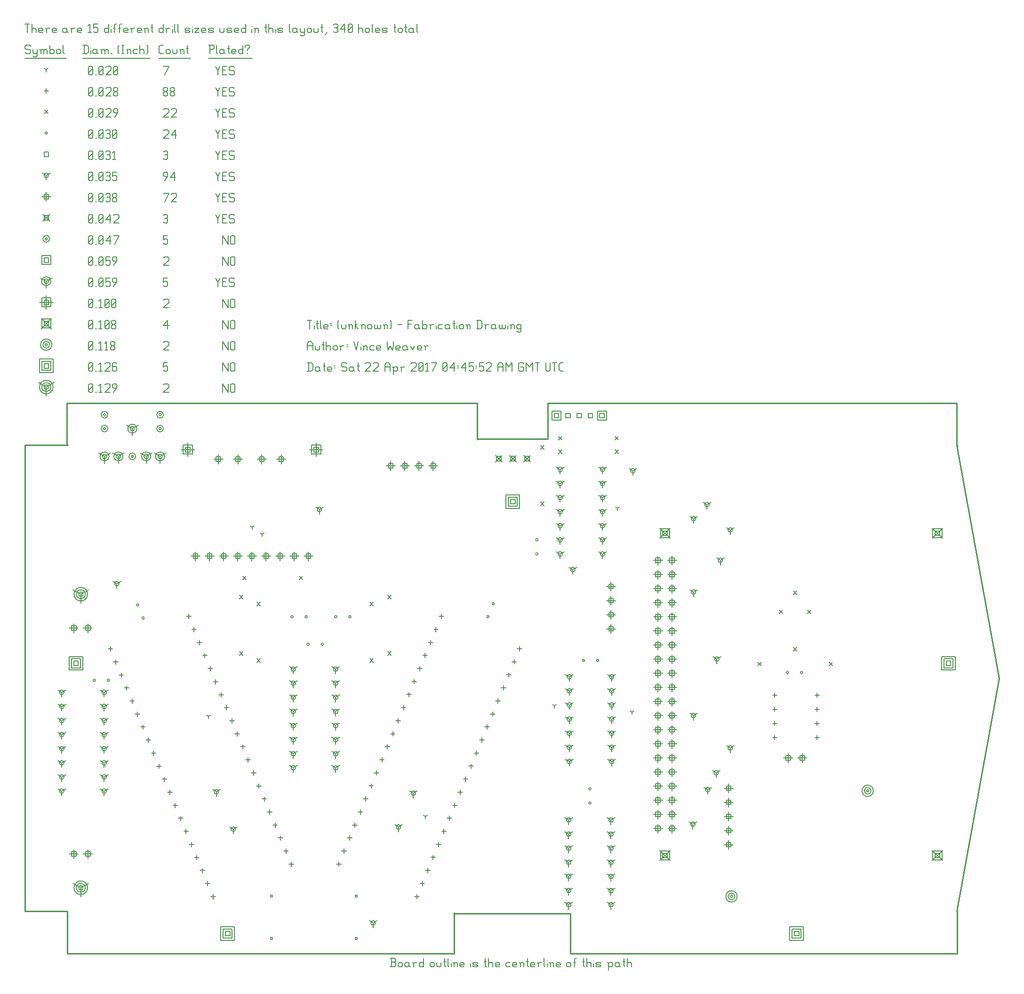
<source format=gbr>
G04 start of page 13 for group -3984 idx -3984 *
G04 Title: (unknown), fab *
G04 Creator: pcb 20140316 *
G04 CreationDate: Sat 22 Apr 2017 04:45:52 AM GMT UTC *
G04 For: vince *
G04 Format: Gerber/RS-274X *
G04 PCB-Dimensions (mil): 6900.00 3900.00 *
G04 PCB-Coordinate-Origin: lower left *
%MOIN*%
%FSLAX25Y25*%
%LNFAB*%
%ADD124C,0.0100*%
%ADD123C,0.0075*%
%ADD122C,0.0060*%
%ADD121C,0.0080*%
G54D121*X39476Y254465D02*Y248065D01*
Y254465D02*X45023Y257665D01*
X39476Y254465D02*X33930Y257665D01*
X37876Y254465D02*G75*G03X41076Y254465I1600J0D01*G01*
G75*G03X37876Y254465I-1600J0D01*G01*
X36276D02*G75*G03X42676Y254465I3200J0D01*G01*
G75*G03X36276Y254465I-3200J0D01*G01*
X34676D02*G75*G03X44276Y254465I4800J0D01*G01*
G75*G03X34676Y254465I-4800J0D01*G01*
X39476Y46465D02*Y40065D01*
Y46465D02*X45023Y49665D01*
X39476Y46465D02*X33930Y49665D01*
X37876Y46465D02*G75*G03X41076Y46465I1600J0D01*G01*
G75*G03X37876Y46465I-1600J0D01*G01*
X36276D02*G75*G03X42676Y46465I3200J0D01*G01*
G75*G03X36276Y46465I-3200J0D01*G01*
X34676D02*G75*G03X44276Y46465I4800J0D01*G01*
G75*G03X34676Y46465I-4800J0D01*G01*
X15000Y401250D02*Y394850D01*
Y401250D02*X20547Y404450D01*
X15000Y401250D02*X9453Y404450D01*
X13400Y401250D02*G75*G03X16600Y401250I1600J0D01*G01*
G75*G03X13400Y401250I-1600J0D01*G01*
X11800D02*G75*G03X18200Y401250I3200J0D01*G01*
G75*G03X11800Y401250I-3200J0D01*G01*
X10200D02*G75*G03X19800Y401250I4800J0D01*G01*
G75*G03X10200Y401250I-4800J0D01*G01*
G54D122*X140000Y403500D02*Y397500D01*
Y403500D02*X143750Y397500D01*
Y403500D02*Y397500D01*
X145550Y402750D02*Y398250D01*
Y402750D02*X146300Y403500D01*
X147800D01*
X148550Y402750D01*
Y398250D01*
X147800Y397500D02*X148550Y398250D01*
X146300Y397500D02*X147800D01*
X145550Y398250D02*X146300Y397500D01*
X98000Y402750D02*X98750Y403500D01*
X101000D01*
X101750Y402750D01*
Y401250D01*
X98000Y397500D02*X101750Y401250D01*
X98000Y397500D02*X101750D01*
X45000Y398250D02*X45750Y397500D01*
X45000Y402750D02*Y398250D01*
Y402750D02*X45750Y403500D01*
X47250D01*
X48000Y402750D01*
Y398250D01*
X47250Y397500D02*X48000Y398250D01*
X45750Y397500D02*X47250D01*
X45000Y399000D02*X48000Y402000D01*
X49800Y397500D02*X50550D01*
X52350Y402300D02*X53550Y403500D01*
Y397500D01*
X52350D02*X54600D01*
X56400Y402750D02*X57150Y403500D01*
X59400D01*
X60150Y402750D01*
Y401250D01*
X56400Y397500D02*X60150Y401250D01*
X56400Y397500D02*X60150D01*
X62700D02*X64950Y400500D01*
Y402750D02*Y400500D01*
X64200Y403500D02*X64950Y402750D01*
X62700Y403500D02*X64200D01*
X61950Y402750D02*X62700Y403500D01*
X61950Y402750D02*Y401250D01*
X62700Y400500D01*
X64950D01*
X343900Y321600D02*X347100D01*
X343900D02*Y318400D01*
X347100D01*
Y321600D02*Y318400D01*
X342300Y323200D02*X348700D01*
X342300D02*Y316800D01*
X348700D01*
Y323200D02*Y316800D01*
X340700Y324800D02*X350300D01*
X340700D02*Y315200D01*
X350300D01*
Y324800D02*Y315200D01*
X141900Y15600D02*X145100D01*
X141900D02*Y12400D01*
X145100D01*
Y15600D02*Y12400D01*
X140300Y17200D02*X146700D01*
X140300D02*Y10800D01*
X146700D01*
Y17200D02*Y10800D01*
X138700Y18800D02*X148300D01*
X138700D02*Y9200D01*
X148300D01*
Y18800D02*Y9200D01*
X544900Y15600D02*X548100D01*
X544900D02*Y12400D01*
X548100D01*
Y15600D02*Y12400D01*
X543300Y17200D02*X549700D01*
X543300D02*Y10800D01*
X549700D01*
Y17200D02*Y10800D01*
X541700Y18800D02*X551300D01*
X541700D02*Y9200D01*
X551300D01*
Y18800D02*Y9200D01*
X652400Y207100D02*X655600D01*
X652400D02*Y203900D01*
X655600D01*
Y207100D02*Y203900D01*
X650800Y208700D02*X657200D01*
X650800D02*Y202300D01*
X657200D01*
Y208700D02*Y202300D01*
X649200Y210300D02*X658800D01*
X649200D02*Y200700D01*
X658800D01*
Y210300D02*Y200700D01*
X34400Y207100D02*X37600D01*
X34400D02*Y203900D01*
X37600D01*
Y207100D02*Y203900D01*
X32800Y208700D02*X39200D01*
X32800D02*Y202300D01*
X39200D01*
Y208700D02*Y202300D01*
X31200Y210300D02*X40800D01*
X31200D02*Y200700D01*
X40800D01*
Y210300D02*Y200700D01*
X13400Y417850D02*X16600D01*
X13400D02*Y414650D01*
X16600D01*
Y417850D02*Y414650D01*
X11800Y419450D02*X18200D01*
X11800D02*Y413050D01*
X18200D01*
Y419450D02*Y413050D01*
X10200Y421050D02*X19800D01*
X10200D02*Y411450D01*
X19800D01*
Y421050D02*Y411450D01*
X140000Y418500D02*Y412500D01*
Y418500D02*X143750Y412500D01*
Y418500D02*Y412500D01*
X145550Y417750D02*Y413250D01*
Y417750D02*X146300Y418500D01*
X147800D01*
X148550Y417750D01*
Y413250D01*
X147800Y412500D02*X148550Y413250D01*
X146300Y412500D02*X147800D01*
X145550Y413250D02*X146300Y412500D01*
X98000Y418500D02*X101000D01*
X98000D02*Y415500D01*
X98750Y416250D01*
X100250D01*
X101000Y415500D01*
Y413250D01*
X100250Y412500D02*X101000Y413250D01*
X98750Y412500D02*X100250D01*
X98000Y413250D02*X98750Y412500D01*
X45000Y413250D02*X45750Y412500D01*
X45000Y417750D02*Y413250D01*
Y417750D02*X45750Y418500D01*
X47250D01*
X48000Y417750D01*
Y413250D01*
X47250Y412500D02*X48000Y413250D01*
X45750Y412500D02*X47250D01*
X45000Y414000D02*X48000Y417000D01*
X49800Y412500D02*X50550D01*
X52350Y417300D02*X53550Y418500D01*
Y412500D01*
X52350D02*X54600D01*
X56400Y417750D02*X57150Y418500D01*
X59400D01*
X60150Y417750D01*
Y416250D01*
X56400Y412500D02*X60150Y416250D01*
X56400Y412500D02*X60150D01*
X64200Y418500D02*X64950Y417750D01*
X62700Y418500D02*X64200D01*
X61950Y417750D02*X62700Y418500D01*
X61950Y417750D02*Y413250D01*
X62700Y412500D01*
X64200Y415800D02*X64950Y415050D01*
X61950Y415800D02*X64200D01*
X62700Y412500D02*X64200D01*
X64950Y413250D01*
Y415050D02*Y413250D01*
X595999Y115157D02*G75*G03X597599Y115157I800J0D01*G01*
G75*G03X595999Y115157I-800J0D01*G01*
X594399D02*G75*G03X599199Y115157I2400J0D01*G01*
G75*G03X594399Y115157I-2400J0D01*G01*
X592799D02*G75*G03X600799Y115157I4000J0D01*G01*
G75*G03X592799Y115157I-4000J0D01*G01*
X499543Y40354D02*G75*G03X501143Y40354I800J0D01*G01*
G75*G03X499543Y40354I-800J0D01*G01*
X497943D02*G75*G03X502743Y40354I2400J0D01*G01*
G75*G03X497943Y40354I-2400J0D01*G01*
X496343D02*G75*G03X504343Y40354I4000J0D01*G01*
G75*G03X496343Y40354I-4000J0D01*G01*
X14200Y431250D02*G75*G03X15800Y431250I800J0D01*G01*
G75*G03X14200Y431250I-800J0D01*G01*
X12600D02*G75*G03X17400Y431250I2400J0D01*G01*
G75*G03X12600Y431250I-2400J0D01*G01*
X11000D02*G75*G03X19000Y431250I4000J0D01*G01*
G75*G03X11000Y431250I-4000J0D01*G01*
X140000Y433500D02*Y427500D01*
Y433500D02*X143750Y427500D01*
Y433500D02*Y427500D01*
X145550Y432750D02*Y428250D01*
Y432750D02*X146300Y433500D01*
X147800D01*
X148550Y432750D01*
Y428250D01*
X147800Y427500D02*X148550Y428250D01*
X146300Y427500D02*X147800D01*
X145550Y428250D02*X146300Y427500D01*
X98000Y432750D02*X98750Y433500D01*
X101000D01*
X101750Y432750D01*
Y431250D01*
X98000Y427500D02*X101750Y431250D01*
X98000Y427500D02*X101750D01*
X45000Y428250D02*X45750Y427500D01*
X45000Y432750D02*Y428250D01*
Y432750D02*X45750Y433500D01*
X47250D01*
X48000Y432750D01*
Y428250D01*
X47250Y427500D02*X48000Y428250D01*
X45750Y427500D02*X47250D01*
X45000Y429000D02*X48000Y432000D01*
X49800Y427500D02*X50550D01*
X52350Y432300D02*X53550Y433500D01*
Y427500D01*
X52350D02*X54600D01*
X56400Y432300D02*X57600Y433500D01*
Y427500D01*
X56400D02*X58650D01*
X60450Y428250D02*X61200Y427500D01*
X60450Y429450D02*Y428250D01*
Y429450D02*X61500Y430500D01*
X62400D01*
X63450Y429450D01*
Y428250D01*
X62700Y427500D02*X63450Y428250D01*
X61200Y427500D02*X62700D01*
X60450Y431550D02*X61500Y430500D01*
X60450Y432750D02*Y431550D01*
Y432750D02*X61200Y433500D01*
X62700D01*
X63450Y432750D01*
Y431550D01*
X62400Y430500D02*X63450Y431550D01*
X449680Y72880D02*X456880Y65680D01*
X449680D02*X456880Y72880D01*
X451680Y70880D02*X454880D01*
X451680D02*Y67680D01*
X454880D01*
Y70880D02*Y67680D01*
X450080Y72480D02*X456480D01*
X450080D02*Y66080D01*
X456480D01*
Y72480D02*Y66080D01*
X449680Y301226D02*X456880Y294026D01*
X449680D02*X456880Y301226D01*
X451680Y299226D02*X454880D01*
X451680D02*Y296026D01*
X454880D01*
Y299226D02*Y296026D01*
X450080Y300826D02*X456480D01*
X450080D02*Y294426D01*
X456480D01*
Y300826D02*Y294426D01*
X642593Y72880D02*X649793Y65680D01*
X642593D02*X649793Y72880D01*
X644593Y70880D02*X647793D01*
X644593D02*Y67680D01*
X647793D01*
Y70880D02*Y67680D01*
X642993Y72480D02*X649393D01*
X642993D02*Y66080D01*
X649393D01*
Y72480D02*Y66080D01*
X642593Y301226D02*X649793Y294026D01*
X642593D02*X649793Y301226D01*
X644593Y299226D02*X647793D01*
X644593D02*Y296026D01*
X647793D01*
Y299226D02*Y296026D01*
X642993Y300826D02*X649393D01*
X642993D02*Y294426D01*
X649393D01*
Y300826D02*Y294426D01*
X11400Y449850D02*X18600Y442650D01*
X11400D02*X18600Y449850D01*
X13400Y447850D02*X16600D01*
X13400D02*Y444650D01*
X16600D01*
Y447850D02*Y444650D01*
X11800Y449450D02*X18200D01*
X11800D02*Y443050D01*
X18200D01*
Y449450D02*Y443050D01*
X140000Y448500D02*Y442500D01*
Y448500D02*X143750Y442500D01*
Y448500D02*Y442500D01*
X145550Y447750D02*Y443250D01*
Y447750D02*X146300Y448500D01*
X147800D01*
X148550Y447750D01*
Y443250D01*
X147800Y442500D02*X148550Y443250D01*
X146300Y442500D02*X147800D01*
X145550Y443250D02*X146300Y442500D01*
X98000Y444750D02*X101000Y448500D01*
X98000Y444750D02*X101750D01*
X101000Y448500D02*Y442500D01*
X45000Y443250D02*X45750Y442500D01*
X45000Y447750D02*Y443250D01*
Y447750D02*X45750Y448500D01*
X47250D01*
X48000Y447750D01*
Y443250D01*
X47250Y442500D02*X48000Y443250D01*
X45750Y442500D02*X47250D01*
X45000Y444000D02*X48000Y447000D01*
X49800Y442500D02*X50550D01*
X52350Y447300D02*X53550Y448500D01*
Y442500D01*
X52350D02*X54600D01*
X56400Y443250D02*X57150Y442500D01*
X56400Y447750D02*Y443250D01*
Y447750D02*X57150Y448500D01*
X58650D01*
X59400Y447750D01*
Y443250D01*
X58650Y442500D02*X59400Y443250D01*
X57150Y442500D02*X58650D01*
X56400Y444000D02*X59400Y447000D01*
X61200Y443250D02*X61950Y442500D01*
X61200Y444450D02*Y443250D01*
Y444450D02*X62250Y445500D01*
X63150D01*
X64200Y444450D01*
Y443250D01*
X63450Y442500D02*X64200Y443250D01*
X61950Y442500D02*X63450D01*
X61200Y446550D02*X62250Y445500D01*
X61200Y447750D02*Y446550D01*
Y447750D02*X61950Y448500D01*
X63450D01*
X64200Y447750D01*
Y446550D01*
X63150Y445500D02*X64200Y446550D01*
X206192Y361720D02*Y352120D01*
X201392Y356920D02*X210992D01*
X204592Y358520D02*X207792D01*
X204592D02*Y355320D01*
X207792D01*
Y358520D02*Y355320D01*
X202992Y360120D02*X209392D01*
X202992D02*Y353720D01*
X209392D01*
Y360120D02*Y353720D01*
X115192Y361720D02*Y352120D01*
X110392Y356920D02*X119992D01*
X113592Y358520D02*X116792D01*
X113592D02*Y355320D01*
X116792D01*
Y358520D02*Y355320D01*
X111992Y360120D02*X118392D01*
X111992D02*Y353720D01*
X118392D01*
Y360120D02*Y353720D01*
X15000Y466050D02*Y456450D01*
X10200Y461250D02*X19800D01*
X13400Y462850D02*X16600D01*
X13400D02*Y459650D01*
X16600D01*
Y462850D02*Y459650D01*
X11800Y464450D02*X18200D01*
X11800D02*Y458050D01*
X18200D01*
Y464450D02*Y458050D01*
X140000Y463500D02*Y457500D01*
Y463500D02*X143750Y457500D01*
Y463500D02*Y457500D01*
X145550Y462750D02*Y458250D01*
Y462750D02*X146300Y463500D01*
X147800D01*
X148550Y462750D01*
Y458250D01*
X147800Y457500D02*X148550Y458250D01*
X146300Y457500D02*X147800D01*
X145550Y458250D02*X146300Y457500D01*
X98000Y462750D02*X98750Y463500D01*
X101000D01*
X101750Y462750D01*
Y461250D01*
X98000Y457500D02*X101750Y461250D01*
X98000Y457500D02*X101750D01*
X45000Y458250D02*X45750Y457500D01*
X45000Y462750D02*Y458250D01*
Y462750D02*X45750Y463500D01*
X47250D01*
X48000Y462750D01*
Y458250D01*
X47250Y457500D02*X48000Y458250D01*
X45750Y457500D02*X47250D01*
X45000Y459000D02*X48000Y462000D01*
X49800Y457500D02*X50550D01*
X52350Y462300D02*X53550Y463500D01*
Y457500D01*
X52350D02*X54600D01*
X56400Y458250D02*X57150Y457500D01*
X56400Y462750D02*Y458250D01*
Y462750D02*X57150Y463500D01*
X58650D01*
X59400Y462750D01*
Y458250D01*
X58650Y457500D02*X59400Y458250D01*
X57150Y457500D02*X58650D01*
X56400Y459000D02*X59400Y462000D01*
X61200Y458250D02*X61950Y457500D01*
X61200Y462750D02*Y458250D01*
Y462750D02*X61950Y463500D01*
X63450D01*
X64200Y462750D01*
Y458250D01*
X63450Y457500D02*X64200Y458250D01*
X61950Y457500D02*X63450D01*
X61200Y459000D02*X64200Y462000D01*
X374758Y382600D02*X377958D01*
X374758D02*Y379400D01*
X377958D01*
Y382600D02*Y379400D01*
X373158Y384200D02*X379558D01*
X373158D02*Y377800D01*
X379558D01*
Y384200D02*Y377800D01*
X407042Y382600D02*X410242D01*
X407042D02*Y379400D01*
X410242D01*
Y382600D02*Y379400D01*
X405442Y384200D02*X411842D01*
X405442D02*Y377800D01*
X411842D01*
Y384200D02*Y377800D01*
X75931Y371800D02*Y367000D01*
Y371800D02*X80091Y374200D01*
X75931Y371800D02*X71771Y374200D01*
X74331Y371800D02*G75*G03X77531Y371800I1600J0D01*G01*
G75*G03X74331Y371800I-1600J0D01*G01*
X72731D02*G75*G03X79131Y371800I3200J0D01*G01*
G75*G03X72731Y371800I-3200J0D01*G01*
X95616Y352115D02*Y347315D01*
Y352115D02*X99776Y354515D01*
X95616Y352115D02*X91456Y354515D01*
X94016Y352115D02*G75*G03X97216Y352115I1600J0D01*G01*
G75*G03X94016Y352115I-1600J0D01*G01*
X92416D02*G75*G03X98816Y352115I3200J0D01*G01*
G75*G03X92416Y352115I-3200J0D01*G01*
X56246D02*Y347315D01*
Y352115D02*X60406Y354515D01*
X56246Y352115D02*X52086Y354515D01*
X54646Y352115D02*G75*G03X57846Y352115I1600J0D01*G01*
G75*G03X54646Y352115I-1600J0D01*G01*
X53046D02*G75*G03X59446Y352115I3200J0D01*G01*
G75*G03X53046Y352115I-3200J0D01*G01*
X85774D02*Y347315D01*
Y352115D02*X89934Y354515D01*
X85774Y352115D02*X81614Y354515D01*
X84174Y352115D02*G75*G03X87374Y352115I1600J0D01*G01*
G75*G03X84174Y352115I-1600J0D01*G01*
X82574D02*G75*G03X88974Y352115I3200J0D01*G01*
G75*G03X82574Y352115I-3200J0D01*G01*
X66089D02*Y347315D01*
Y352115D02*X70249Y354515D01*
X66089Y352115D02*X61929Y354515D01*
X64489Y352115D02*G75*G03X67689Y352115I1600J0D01*G01*
G75*G03X64489Y352115I-1600J0D01*G01*
X62889D02*G75*G03X69289Y352115I3200J0D01*G01*
G75*G03X62889Y352115I-3200J0D01*G01*
X15000Y476250D02*Y471450D01*
Y476250D02*X19160Y478650D01*
X15000Y476250D02*X10840Y478650D01*
X13400Y476250D02*G75*G03X16600Y476250I1600J0D01*G01*
G75*G03X13400Y476250I-1600J0D01*G01*
X11800D02*G75*G03X18200Y476250I3200J0D01*G01*
G75*G03X11800Y476250I-3200J0D01*G01*
X135000Y478500D02*X136500Y475500D01*
X138000Y478500D01*
X136500Y475500D02*Y472500D01*
X139800Y475800D02*X142050D01*
X139800Y472500D02*X142800D01*
X139800Y478500D02*Y472500D01*
Y478500D02*X142800D01*
X147600D02*X148350Y477750D01*
X145350Y478500D02*X147600D01*
X144600Y477750D02*X145350Y478500D01*
X144600Y477750D02*Y476250D01*
X145350Y475500D01*
X147600D01*
X148350Y474750D01*
Y473250D01*
X147600Y472500D02*X148350Y473250D01*
X145350Y472500D02*X147600D01*
X144600Y473250D02*X145350Y472500D01*
X98000Y478500D02*X101000D01*
X98000D02*Y475500D01*
X98750Y476250D01*
X100250D01*
X101000Y475500D01*
Y473250D01*
X100250Y472500D02*X101000Y473250D01*
X98750Y472500D02*X100250D01*
X98000Y473250D02*X98750Y472500D01*
X13400Y492850D02*X16600D01*
X13400D02*Y489650D01*
X16600D01*
Y492850D02*Y489650D01*
X11800Y494450D02*X18200D01*
X11800D02*Y488050D01*
X18200D01*
Y494450D02*Y488050D01*
X140000Y493500D02*Y487500D01*
Y493500D02*X143750Y487500D01*
Y493500D02*Y487500D01*
X145550Y492750D02*Y488250D01*
Y492750D02*X146300Y493500D01*
X147800D01*
X148550Y492750D01*
Y488250D01*
X147800Y487500D02*X148550Y488250D01*
X146300Y487500D02*X147800D01*
X145550Y488250D02*X146300Y487500D01*
X98000Y492750D02*X98750Y493500D01*
X101000D01*
X101750Y492750D01*
Y491250D01*
X98000Y487500D02*X101750Y491250D01*
X98000Y487500D02*X101750D01*
X45000Y488250D02*X45750Y487500D01*
X45000Y492750D02*Y488250D01*
Y492750D02*X45750Y493500D01*
X47250D01*
X48000Y492750D01*
Y488250D01*
X47250Y487500D02*X48000Y488250D01*
X45750Y487500D02*X47250D01*
X45000Y489000D02*X48000Y492000D01*
X49800Y487500D02*X50550D01*
X52350Y488250D02*X53100Y487500D01*
X52350Y492750D02*Y488250D01*
Y492750D02*X53100Y493500D01*
X54600D01*
X55350Y492750D01*
Y488250D01*
X54600Y487500D02*X55350Y488250D01*
X53100Y487500D02*X54600D01*
X52350Y489000D02*X55350Y492000D01*
X57150Y493500D02*X60150D01*
X57150D02*Y490500D01*
X57900Y491250D01*
X59400D01*
X60150Y490500D01*
Y488250D01*
X59400Y487500D02*X60150Y488250D01*
X57900Y487500D02*X59400D01*
X57150Y488250D02*X57900Y487500D01*
X62700D02*X64950Y490500D01*
Y492750D02*Y490500D01*
X64200Y493500D02*X64950Y492750D01*
X62700Y493500D02*X64200D01*
X61950Y492750D02*X62700Y493500D01*
X61950Y492750D02*Y491250D01*
X62700Y490500D01*
X64950D01*
X45000Y473250D02*X45750Y472500D01*
X45000Y477750D02*Y473250D01*
Y477750D02*X45750Y478500D01*
X47250D01*
X48000Y477750D01*
Y473250D01*
X47250Y472500D02*X48000Y473250D01*
X45750Y472500D02*X47250D01*
X45000Y474000D02*X48000Y477000D01*
X49800Y472500D02*X50550D01*
X52350Y473250D02*X53100Y472500D01*
X52350Y477750D02*Y473250D01*
Y477750D02*X53100Y478500D01*
X54600D01*
X55350Y477750D01*
Y473250D01*
X54600Y472500D02*X55350Y473250D01*
X53100Y472500D02*X54600D01*
X52350Y474000D02*X55350Y477000D01*
X57150Y478500D02*X60150D01*
X57150D02*Y475500D01*
X57900Y476250D01*
X59400D01*
X60150Y475500D01*
Y473250D01*
X59400Y472500D02*X60150Y473250D01*
X57900Y472500D02*X59400D01*
X57150Y473250D02*X57900Y472500D01*
X62700D02*X64950Y475500D01*
Y477750D02*Y475500D01*
X64200Y478500D02*X64950Y477750D01*
X62700Y478500D02*X64200D01*
X61950Y477750D02*X62700Y478500D01*
X61950Y477750D02*Y476250D01*
X62700Y475500D01*
X64950D01*
X75131Y352115D02*G75*G03X76731Y352115I800J0D01*G01*
G75*G03X75131Y352115I-800J0D01*G01*
X73531D02*G75*G03X78331Y352115I2400J0D01*G01*
G75*G03X73531Y352115I-2400J0D01*G01*
X55446Y381643D02*G75*G03X57046Y381643I800J0D01*G01*
G75*G03X55446Y381643I-800J0D01*G01*
X53846D02*G75*G03X58646Y381643I2400J0D01*G01*
G75*G03X53846Y381643I-2400J0D01*G01*
X55446Y371800D02*G75*G03X57046Y371800I800J0D01*G01*
G75*G03X55446Y371800I-800J0D01*G01*
X53846D02*G75*G03X58646Y371800I2400J0D01*G01*
G75*G03X53846Y371800I-2400J0D01*G01*
X94816Y381643D02*G75*G03X96416Y381643I800J0D01*G01*
G75*G03X94816Y381643I-800J0D01*G01*
X93216D02*G75*G03X98016Y381643I2400J0D01*G01*
G75*G03X93216Y381643I-2400J0D01*G01*
X94816Y371800D02*G75*G03X96416Y371800I800J0D01*G01*
G75*G03X94816Y371800I-800J0D01*G01*
X93216D02*G75*G03X98016Y371800I2400J0D01*G01*
G75*G03X93216Y371800I-2400J0D01*G01*
X14200Y506250D02*G75*G03X15800Y506250I800J0D01*G01*
G75*G03X14200Y506250I-800J0D01*G01*
X12600D02*G75*G03X17400Y506250I2400J0D01*G01*
G75*G03X12600Y506250I-2400J0D01*G01*
X140000Y508500D02*Y502500D01*
Y508500D02*X143750Y502500D01*
Y508500D02*Y502500D01*
X145550Y507750D02*Y503250D01*
Y507750D02*X146300Y508500D01*
X147800D01*
X148550Y507750D01*
Y503250D01*
X147800Y502500D02*X148550Y503250D01*
X146300Y502500D02*X147800D01*
X145550Y503250D02*X146300Y502500D01*
X98000Y508500D02*X101000D01*
X98000D02*Y505500D01*
X98750Y506250D01*
X100250D01*
X101000Y505500D01*
Y503250D01*
X100250Y502500D02*X101000Y503250D01*
X98750Y502500D02*X100250D01*
X98000Y503250D02*X98750Y502500D01*
X45000Y503250D02*X45750Y502500D01*
X45000Y507750D02*Y503250D01*
Y507750D02*X45750Y508500D01*
X47250D01*
X48000Y507750D01*
Y503250D01*
X47250Y502500D02*X48000Y503250D01*
X45750Y502500D02*X47250D01*
X45000Y504000D02*X48000Y507000D01*
X49800Y502500D02*X50550D01*
X52350Y503250D02*X53100Y502500D01*
X52350Y507750D02*Y503250D01*
Y507750D02*X53100Y508500D01*
X54600D01*
X55350Y507750D01*
Y503250D01*
X54600Y502500D02*X55350Y503250D01*
X53100Y502500D02*X54600D01*
X52350Y504000D02*X55350Y507000D01*
X57150Y504750D02*X60150Y508500D01*
X57150Y504750D02*X60900D01*
X60150Y508500D02*Y502500D01*
X63450D02*X66450Y508500D01*
X62700D02*X66450D01*
X333100Y352900D02*X337900Y348100D01*
X333100D02*X337900Y352900D01*
X333900Y352100D02*X337100D01*
X333900D02*Y348900D01*
X337100D01*
Y352100D02*Y348900D01*
X343100Y352900D02*X347900Y348100D01*
X343100D02*X347900Y352900D01*
X343900Y352100D02*X347100D01*
X343900D02*Y348900D01*
X347100D01*
Y352100D02*Y348900D01*
X353100Y352900D02*X357900Y348100D01*
X353100D02*X357900Y352900D01*
X353900Y352100D02*X357100D01*
X353900D02*Y348900D01*
X357100D01*
Y352100D02*Y348900D01*
X12600Y523650D02*X17400Y518850D01*
X12600D02*X17400Y523650D01*
X13400Y522850D02*X16600D01*
X13400D02*Y519650D01*
X16600D01*
Y522850D02*Y519650D01*
X135000Y523500D02*X136500Y520500D01*
X138000Y523500D01*
X136500Y520500D02*Y517500D01*
X139800Y520800D02*X142050D01*
X139800Y517500D02*X142800D01*
X139800Y523500D02*Y517500D01*
Y523500D02*X142800D01*
X147600D02*X148350Y522750D01*
X145350Y523500D02*X147600D01*
X144600Y522750D02*X145350Y523500D01*
X144600Y522750D02*Y521250D01*
X145350Y520500D01*
X147600D01*
X148350Y519750D01*
Y518250D01*
X147600Y517500D02*X148350Y518250D01*
X145350Y517500D02*X147600D01*
X144600Y518250D02*X145350Y517500D01*
X98000Y522750D02*X98750Y523500D01*
X100250D01*
X101000Y522750D01*
X100250Y517500D02*X101000Y518250D01*
X98750Y517500D02*X100250D01*
X98000Y518250D02*X98750Y517500D01*
Y520800D02*X100250D01*
X101000Y522750D02*Y521550D01*
Y520050D02*Y518250D01*
Y520050D02*X100250Y520800D01*
X101000Y521550D02*X100250Y520800D01*
X45000Y518250D02*X45750Y517500D01*
X45000Y522750D02*Y518250D01*
Y522750D02*X45750Y523500D01*
X47250D01*
X48000Y522750D01*
Y518250D01*
X47250Y517500D02*X48000Y518250D01*
X45750Y517500D02*X47250D01*
X45000Y519000D02*X48000Y522000D01*
X49800Y517500D02*X50550D01*
X52350Y518250D02*X53100Y517500D01*
X52350Y522750D02*Y518250D01*
Y522750D02*X53100Y523500D01*
X54600D01*
X55350Y522750D01*
Y518250D01*
X54600Y517500D02*X55350Y518250D01*
X53100Y517500D02*X54600D01*
X52350Y519000D02*X55350Y522000D01*
X57150Y519750D02*X60150Y523500D01*
X57150Y519750D02*X60900D01*
X60150Y523500D02*Y517500D01*
X62700Y522750D02*X63450Y523500D01*
X65700D01*
X66450Y522750D01*
Y521250D01*
X62700Y517500D02*X66450Y521250D01*
X62700Y517500D02*X66450D01*
X458280Y91653D02*Y85253D01*
X455080Y88453D02*X461480D01*
X456680Y90053D02*X459880D01*
X456680D02*Y86853D01*
X459880D01*
Y90053D02*Y86853D01*
X448280Y91653D02*Y85253D01*
X445080Y88453D02*X451480D01*
X446680Y90053D02*X449880D01*
X446680D02*Y86853D01*
X449880D01*
Y90053D02*Y86853D01*
X458280Y101653D02*Y95253D01*
X455080Y98453D02*X461480D01*
X456680Y100053D02*X459880D01*
X456680D02*Y96853D01*
X459880D01*
Y100053D02*Y96853D01*
X448280Y101653D02*Y95253D01*
X445080Y98453D02*X451480D01*
X446680Y100053D02*X449880D01*
X446680D02*Y96853D01*
X449880D01*
Y100053D02*Y96853D01*
X458280Y111653D02*Y105253D01*
X455080Y108453D02*X461480D01*
X456680Y110053D02*X459880D01*
X456680D02*Y106853D01*
X459880D01*
Y110053D02*Y106853D01*
X448280Y111653D02*Y105253D01*
X445080Y108453D02*X451480D01*
X446680Y110053D02*X449880D01*
X446680D02*Y106853D01*
X449880D01*
Y110053D02*Y106853D01*
X458280Y121653D02*Y115253D01*
X455080Y118453D02*X461480D01*
X456680Y120053D02*X459880D01*
X456680D02*Y116853D01*
X459880D01*
Y120053D02*Y116853D01*
X448280Y121653D02*Y115253D01*
X445080Y118453D02*X451480D01*
X446680Y120053D02*X449880D01*
X446680D02*Y116853D01*
X449880D01*
Y120053D02*Y116853D01*
X458280Y131653D02*Y125253D01*
X455080Y128453D02*X461480D01*
X456680Y130053D02*X459880D01*
X456680D02*Y126853D01*
X459880D01*
Y130053D02*Y126853D01*
X448280Y131653D02*Y125253D01*
X445080Y128453D02*X451480D01*
X446680Y130053D02*X449880D01*
X446680D02*Y126853D01*
X449880D01*
Y130053D02*Y126853D01*
X458280Y141653D02*Y135253D01*
X455080Y138453D02*X461480D01*
X456680Y140053D02*X459880D01*
X456680D02*Y136853D01*
X459880D01*
Y140053D02*Y136853D01*
X448280Y141653D02*Y135253D01*
X445080Y138453D02*X451480D01*
X446680Y140053D02*X449880D01*
X446680D02*Y136853D01*
X449880D01*
Y140053D02*Y136853D01*
X458280Y151653D02*Y145253D01*
X455080Y148453D02*X461480D01*
X456680Y150053D02*X459880D01*
X456680D02*Y146853D01*
X459880D01*
Y150053D02*Y146853D01*
X448280Y151653D02*Y145253D01*
X445080Y148453D02*X451480D01*
X446680Y150053D02*X449880D01*
X446680D02*Y146853D01*
X449880D01*
Y150053D02*Y146853D01*
X458280Y161653D02*Y155253D01*
X455080Y158453D02*X461480D01*
X456680Y160053D02*X459880D01*
X456680D02*Y156853D01*
X459880D01*
Y160053D02*Y156853D01*
X448280Y161653D02*Y155253D01*
X445080Y158453D02*X451480D01*
X446680Y160053D02*X449880D01*
X446680D02*Y156853D01*
X449880D01*
Y160053D02*Y156853D01*
X458280Y171653D02*Y165253D01*
X455080Y168453D02*X461480D01*
X456680Y170053D02*X459880D01*
X456680D02*Y166853D01*
X459880D01*
Y170053D02*Y166853D01*
X448280Y171653D02*Y165253D01*
X445080Y168453D02*X451480D01*
X446680Y170053D02*X449880D01*
X446680D02*Y166853D01*
X449880D01*
Y170053D02*Y166853D01*
X458280Y181653D02*Y175253D01*
X455080Y178453D02*X461480D01*
X456680Y180053D02*X459880D01*
X456680D02*Y176853D01*
X459880D01*
Y180053D02*Y176853D01*
X448280Y181653D02*Y175253D01*
X445080Y178453D02*X451480D01*
X446680Y180053D02*X449880D01*
X446680D02*Y176853D01*
X449880D01*
Y180053D02*Y176853D01*
X458280Y191653D02*Y185253D01*
X455080Y188453D02*X461480D01*
X456680Y190053D02*X459880D01*
X456680D02*Y186853D01*
X459880D01*
Y190053D02*Y186853D01*
X448280Y191653D02*Y185253D01*
X445080Y188453D02*X451480D01*
X446680Y190053D02*X449880D01*
X446680D02*Y186853D01*
X449880D01*
Y190053D02*Y186853D01*
X458280Y201653D02*Y195253D01*
X455080Y198453D02*X461480D01*
X456680Y200053D02*X459880D01*
X456680D02*Y196853D01*
X459880D01*
Y200053D02*Y196853D01*
X448280Y201653D02*Y195253D01*
X445080Y198453D02*X451480D01*
X446680Y200053D02*X449880D01*
X446680D02*Y196853D01*
X449880D01*
Y200053D02*Y196853D01*
X458280Y211653D02*Y205253D01*
X455080Y208453D02*X461480D01*
X456680Y210053D02*X459880D01*
X456680D02*Y206853D01*
X459880D01*
Y210053D02*Y206853D01*
X448280Y211653D02*Y205253D01*
X445080Y208453D02*X451480D01*
X446680Y210053D02*X449880D01*
X446680D02*Y206853D01*
X449880D01*
Y210053D02*Y206853D01*
X458280Y221653D02*Y215253D01*
X455080Y218453D02*X461480D01*
X456680Y220053D02*X459880D01*
X456680D02*Y216853D01*
X459880D01*
Y220053D02*Y216853D01*
X448280Y221653D02*Y215253D01*
X445080Y218453D02*X451480D01*
X446680Y220053D02*X449880D01*
X446680D02*Y216853D01*
X449880D01*
Y220053D02*Y216853D01*
X458280Y231653D02*Y225253D01*
X455080Y228453D02*X461480D01*
X456680Y230053D02*X459880D01*
X456680D02*Y226853D01*
X459880D01*
Y230053D02*Y226853D01*
X448280Y231653D02*Y225253D01*
X445080Y228453D02*X451480D01*
X446680Y230053D02*X449880D01*
X446680D02*Y226853D01*
X449880D01*
Y230053D02*Y226853D01*
X458280Y241653D02*Y235253D01*
X455080Y238453D02*X461480D01*
X456680Y240053D02*X459880D01*
X456680D02*Y236853D01*
X459880D01*
Y240053D02*Y236853D01*
X448280Y241653D02*Y235253D01*
X445080Y238453D02*X451480D01*
X446680Y240053D02*X449880D01*
X446680D02*Y236853D01*
X449880D01*
Y240053D02*Y236853D01*
X458280Y251653D02*Y245253D01*
X455080Y248453D02*X461480D01*
X456680Y250053D02*X459880D01*
X456680D02*Y246853D01*
X459880D01*
Y250053D02*Y246853D01*
X448280Y251653D02*Y245253D01*
X445080Y248453D02*X451480D01*
X446680Y250053D02*X449880D01*
X446680D02*Y246853D01*
X449880D01*
Y250053D02*Y246853D01*
X458280Y261653D02*Y255253D01*
X455080Y258453D02*X461480D01*
X456680Y260053D02*X459880D01*
X456680D02*Y256853D01*
X459880D01*
Y260053D02*Y256853D01*
X448280Y261653D02*Y255253D01*
X445080Y258453D02*X451480D01*
X446680Y260053D02*X449880D01*
X446680D02*Y256853D01*
X449880D01*
Y260053D02*Y256853D01*
X458280Y271653D02*Y265253D01*
X455080Y268453D02*X461480D01*
X456680Y270053D02*X459880D01*
X456680D02*Y266853D01*
X459880D01*
Y270053D02*Y266853D01*
X448280Y271653D02*Y265253D01*
X445080Y268453D02*X451480D01*
X446680Y270053D02*X449880D01*
X446680D02*Y266853D01*
X449880D01*
Y270053D02*Y266853D01*
X458280Y281653D02*Y275253D01*
X455080Y278453D02*X461480D01*
X456680Y280053D02*X459880D01*
X456680D02*Y276853D01*
X459880D01*
Y280053D02*Y276853D01*
X448280Y281653D02*Y275253D01*
X445080Y278453D02*X451480D01*
X446680Y280053D02*X449880D01*
X446680D02*Y276853D01*
X449880D01*
Y280053D02*Y276853D01*
X540500Y141700D02*Y135300D01*
X537300Y138500D02*X543700D01*
X538900Y140100D02*X542100D01*
X538900D02*Y136900D01*
X542100D01*
Y140100D02*Y136900D01*
X550500Y141700D02*Y135300D01*
X547300Y138500D02*X553700D01*
X548900Y140100D02*X552100D01*
X548900D02*Y136900D01*
X552100D01*
Y140100D02*Y136900D01*
X498374Y120200D02*Y113800D01*
X495174Y117000D02*X501574D01*
X496774Y118600D02*X499974D01*
X496774D02*Y115400D01*
X499974D01*
Y118600D02*Y115400D01*
X498374Y110200D02*Y103800D01*
X495174Y107000D02*X501574D01*
X496774Y108600D02*X499974D01*
X496774D02*Y105400D01*
X499974D01*
Y108600D02*Y105400D01*
X498374Y100200D02*Y93800D01*
X495174Y97000D02*X501574D01*
X496774Y98600D02*X499974D01*
X496774D02*Y95400D01*
X499974D01*
Y98600D02*Y95400D01*
X498374Y90200D02*Y83800D01*
X495174Y87000D02*X501574D01*
X496774Y88600D02*X499974D01*
X496774D02*Y85400D01*
X499974D01*
Y88600D02*Y85400D01*
X498374Y80200D02*Y73800D01*
X495174Y77000D02*X501574D01*
X496774Y78600D02*X499974D01*
X496774D02*Y75400D01*
X499974D01*
Y78600D02*Y75400D01*
X415000Y233200D02*Y226800D01*
X411800Y230000D02*X418200D01*
X413400Y231600D02*X416600D01*
X413400D02*Y228400D01*
X416600D01*
Y231600D02*Y228400D01*
X415000Y243200D02*Y236800D01*
X411800Y240000D02*X418200D01*
X413400Y241600D02*X416600D01*
X413400D02*Y238400D01*
X416600D01*
Y241600D02*Y238400D01*
X415000Y253200D02*Y246800D01*
X411800Y250000D02*X418200D01*
X413400Y251600D02*X416600D01*
X413400D02*Y248400D01*
X416600D01*
Y251600D02*Y248400D01*
X415000Y263200D02*Y256800D01*
X411800Y260000D02*X418200D01*
X413400Y261600D02*X416600D01*
X413400D02*Y258400D01*
X416600D01*
Y261600D02*Y258400D01*
X289000Y348700D02*Y342300D01*
X285800Y345500D02*X292200D01*
X287400Y347100D02*X290600D01*
X287400D02*Y343900D01*
X290600D01*
Y347100D02*Y343900D01*
X279000Y348700D02*Y342300D01*
X275800Y345500D02*X282200D01*
X277400Y347100D02*X280600D01*
X277400D02*Y343900D01*
X280600D01*
Y347100D02*Y343900D01*
X269000Y348700D02*Y342300D01*
X265800Y345500D02*X272200D01*
X267400Y347100D02*X270600D01*
X267400D02*Y343900D01*
X270600D01*
Y347100D02*Y343900D01*
X259000Y348700D02*Y342300D01*
X255800Y345500D02*X262200D01*
X257400Y347100D02*X260600D01*
X257400D02*Y343900D01*
X260600D01*
Y347100D02*Y343900D01*
X34476Y73665D02*Y67265D01*
X31276Y70465D02*X37676D01*
X32876Y72065D02*X36076D01*
X32876D02*Y68865D01*
X36076D01*
Y72065D02*Y68865D01*
X44476Y73665D02*Y67265D01*
X41276Y70465D02*X47676D01*
X42876Y72065D02*X46076D01*
X42876D02*Y68865D01*
X46076D01*
Y72065D02*Y68865D01*
X34476Y233665D02*Y227265D01*
X31276Y230465D02*X37676D01*
X32876Y232065D02*X36076D01*
X32876D02*Y228865D01*
X36076D01*
Y232065D02*Y228865D01*
X44476Y233665D02*Y227265D01*
X41276Y230465D02*X47676D01*
X42876Y232065D02*X46076D01*
X42876D02*Y228865D01*
X46076D01*
Y232065D02*Y228865D01*
X200692Y284620D02*Y278220D01*
X197492Y281420D02*X203892D01*
X199092Y283020D02*X202292D01*
X199092D02*Y279820D01*
X202292D01*
Y283020D02*Y279820D01*
X190692Y284620D02*Y278220D01*
X187492Y281420D02*X193892D01*
X189092Y283020D02*X192292D01*
X189092D02*Y279820D01*
X192292D01*
Y283020D02*Y279820D01*
X180692Y284620D02*Y278220D01*
X177492Y281420D02*X183892D01*
X179092Y283020D02*X182292D01*
X179092D02*Y279820D01*
X182292D01*
Y283020D02*Y279820D01*
X170692Y284620D02*Y278220D01*
X167492Y281420D02*X173892D01*
X169092Y283020D02*X172292D01*
X169092D02*Y279820D01*
X172292D01*
Y283020D02*Y279820D01*
X160692Y284620D02*Y278220D01*
X157492Y281420D02*X163892D01*
X159092Y283020D02*X162292D01*
X159092D02*Y279820D01*
X162292D01*
Y283020D02*Y279820D01*
X150692Y284620D02*Y278220D01*
X147492Y281420D02*X153892D01*
X149092Y283020D02*X152292D01*
X149092D02*Y279820D01*
X152292D01*
Y283020D02*Y279820D01*
X140692Y284620D02*Y278220D01*
X137492Y281420D02*X143892D01*
X139092Y283020D02*X142292D01*
X139092D02*Y279820D01*
X142292D01*
Y283020D02*Y279820D01*
X130692Y284620D02*Y278220D01*
X127492Y281420D02*X133892D01*
X129092Y283020D02*X132292D01*
X129092D02*Y279820D01*
X132292D01*
Y283020D02*Y279820D01*
X120692Y284620D02*Y278220D01*
X117492Y281420D02*X123892D01*
X119092Y283020D02*X122292D01*
X119092D02*Y279820D01*
X122292D01*
Y283020D02*Y279820D01*
X181440Y353360D02*Y346960D01*
X178240Y350160D02*X184640D01*
X179840Y351760D02*X183040D01*
X179840D02*Y348560D01*
X183040D01*
Y351760D02*Y348560D01*
X167661Y353360D02*Y346960D01*
X164461Y350160D02*X170861D01*
X166061Y351760D02*X169261D01*
X166061D02*Y348560D01*
X169261D01*
Y351760D02*Y348560D01*
X150731Y353360D02*Y346960D01*
X147531Y350160D02*X153931D01*
X149131Y351760D02*X152331D01*
X149131D02*Y348560D01*
X152331D01*
Y351760D02*Y348560D01*
X136952Y353360D02*Y346960D01*
X133752Y350160D02*X140152D01*
X135352Y351760D02*X138552D01*
X135352D02*Y348560D01*
X138552D01*
Y351760D02*Y348560D01*
X15000Y539450D02*Y533050D01*
X11800Y536250D02*X18200D01*
X13400Y537850D02*X16600D01*
X13400D02*Y534650D01*
X16600D01*
Y537850D02*Y534650D01*
X135000Y538500D02*X136500Y535500D01*
X138000Y538500D01*
X136500Y535500D02*Y532500D01*
X139800Y535800D02*X142050D01*
X139800Y532500D02*X142800D01*
X139800Y538500D02*Y532500D01*
Y538500D02*X142800D01*
X147600D02*X148350Y537750D01*
X145350Y538500D02*X147600D01*
X144600Y537750D02*X145350Y538500D01*
X144600Y537750D02*Y536250D01*
X145350Y535500D01*
X147600D01*
X148350Y534750D01*
Y533250D01*
X147600Y532500D02*X148350Y533250D01*
X145350Y532500D02*X147600D01*
X144600Y533250D02*X145350Y532500D01*
X98750D02*X101750Y538500D01*
X98000D02*X101750D01*
X103550Y537750D02*X104300Y538500D01*
X106550D01*
X107300Y537750D01*
Y536250D01*
X103550Y532500D02*X107300Y536250D01*
X103550Y532500D02*X107300D01*
X45000Y533250D02*X45750Y532500D01*
X45000Y537750D02*Y533250D01*
Y537750D02*X45750Y538500D01*
X47250D01*
X48000Y537750D01*
Y533250D01*
X47250Y532500D02*X48000Y533250D01*
X45750Y532500D02*X47250D01*
X45000Y534000D02*X48000Y537000D01*
X49800Y532500D02*X50550D01*
X52350Y533250D02*X53100Y532500D01*
X52350Y537750D02*Y533250D01*
Y537750D02*X53100Y538500D01*
X54600D01*
X55350Y537750D01*
Y533250D01*
X54600Y532500D02*X55350Y533250D01*
X53100Y532500D02*X54600D01*
X52350Y534000D02*X55350Y537000D01*
X57150Y537750D02*X57900Y538500D01*
X59400D01*
X60150Y537750D01*
X59400Y532500D02*X60150Y533250D01*
X57900Y532500D02*X59400D01*
X57150Y533250D02*X57900Y532500D01*
Y535800D02*X59400D01*
X60150Y537750D02*Y536550D01*
Y535050D02*Y533250D01*
Y535050D02*X59400Y535800D01*
X60150Y536550D02*X59400Y535800D01*
X61950Y533250D02*X62700Y532500D01*
X61950Y534450D02*Y533250D01*
Y534450D02*X63000Y535500D01*
X63900D01*
X64950Y534450D01*
Y533250D01*
X64200Y532500D02*X64950Y533250D01*
X62700Y532500D02*X64200D01*
X61950Y536550D02*X63000Y535500D01*
X61950Y537750D02*Y536550D01*
Y537750D02*X62700Y538500D01*
X64200D01*
X64950Y537750D01*
Y536550D01*
X63900Y535500D02*X64950Y536550D01*
X415455Y196000D02*Y192800D01*
Y196000D02*X418228Y197600D01*
X415455Y196000D02*X412682Y197600D01*
X413855Y196000D02*G75*G03X417055Y196000I1600J0D01*G01*
G75*G03X413855Y196000I-1600J0D01*G01*
X415455Y186000D02*Y182800D01*
Y186000D02*X418228Y187600D01*
X415455Y186000D02*X412682Y187600D01*
X413855Y186000D02*G75*G03X417055Y186000I1600J0D01*G01*
G75*G03X413855Y186000I-1600J0D01*G01*
X415455Y176000D02*Y172800D01*
Y176000D02*X418228Y177600D01*
X415455Y176000D02*X412682Y177600D01*
X413855Y176000D02*G75*G03X417055Y176000I1600J0D01*G01*
G75*G03X413855Y176000I-1600J0D01*G01*
X415455Y166000D02*Y162800D01*
Y166000D02*X418228Y167600D01*
X415455Y166000D02*X412682Y167600D01*
X413855Y166000D02*G75*G03X417055Y166000I1600J0D01*G01*
G75*G03X413855Y166000I-1600J0D01*G01*
X415455Y156000D02*Y152800D01*
Y156000D02*X418228Y157600D01*
X415455Y156000D02*X412682Y157600D01*
X413855Y156000D02*G75*G03X417055Y156000I1600J0D01*G01*
G75*G03X413855Y156000I-1600J0D01*G01*
X415455Y146000D02*Y142800D01*
Y146000D02*X418228Y147600D01*
X415455Y146000D02*X412682Y147600D01*
X413855Y146000D02*G75*G03X417055Y146000I1600J0D01*G01*
G75*G03X413855Y146000I-1600J0D01*G01*
X415455Y136000D02*Y132800D01*
Y136000D02*X418228Y137600D01*
X415455Y136000D02*X412682Y137600D01*
X413855Y136000D02*G75*G03X417055Y136000I1600J0D01*G01*
G75*G03X413855Y136000I-1600J0D01*G01*
X385455D02*Y132800D01*
Y136000D02*X388228Y137600D01*
X385455Y136000D02*X382682Y137600D01*
X383855Y136000D02*G75*G03X387055Y136000I1600J0D01*G01*
G75*G03X383855Y136000I-1600J0D01*G01*
X385455Y146000D02*Y142800D01*
Y146000D02*X388228Y147600D01*
X385455Y146000D02*X382682Y147600D01*
X383855Y146000D02*G75*G03X387055Y146000I1600J0D01*G01*
G75*G03X383855Y146000I-1600J0D01*G01*
X385455Y156000D02*Y152800D01*
Y156000D02*X388228Y157600D01*
X385455Y156000D02*X382682Y157600D01*
X383855Y156000D02*G75*G03X387055Y156000I1600J0D01*G01*
G75*G03X383855Y156000I-1600J0D01*G01*
X385455Y166000D02*Y162800D01*
Y166000D02*X388228Y167600D01*
X385455Y166000D02*X382682Y167600D01*
X383855Y166000D02*G75*G03X387055Y166000I1600J0D01*G01*
G75*G03X383855Y166000I-1600J0D01*G01*
X385455Y176000D02*Y172800D01*
Y176000D02*X388228Y177600D01*
X385455Y176000D02*X382682Y177600D01*
X383855Y176000D02*G75*G03X387055Y176000I1600J0D01*G01*
G75*G03X383855Y176000I-1600J0D01*G01*
X385455Y186000D02*Y182800D01*
Y186000D02*X388228Y187600D01*
X385455Y186000D02*X382682Y187600D01*
X383855Y186000D02*G75*G03X387055Y186000I1600J0D01*G01*
G75*G03X383855Y186000I-1600J0D01*G01*
X385455Y196000D02*Y192800D01*
Y196000D02*X388228Y197600D01*
X385455Y196000D02*X382682Y197600D01*
X383855Y196000D02*G75*G03X387055Y196000I1600J0D01*G01*
G75*G03X383855Y196000I-1600J0D01*G01*
X415000Y94500D02*Y91300D01*
Y94500D02*X417773Y96100D01*
X415000Y94500D02*X412227Y96100D01*
X413400Y94500D02*G75*G03X416600Y94500I1600J0D01*G01*
G75*G03X413400Y94500I-1600J0D01*G01*
X415000Y84500D02*Y81300D01*
Y84500D02*X417773Y86100D01*
X415000Y84500D02*X412227Y86100D01*
X413400Y84500D02*G75*G03X416600Y84500I1600J0D01*G01*
G75*G03X413400Y84500I-1600J0D01*G01*
X415000Y74500D02*Y71300D01*
Y74500D02*X417773Y76100D01*
X415000Y74500D02*X412227Y76100D01*
X413400Y74500D02*G75*G03X416600Y74500I1600J0D01*G01*
G75*G03X413400Y74500I-1600J0D01*G01*
X415000Y64500D02*Y61300D01*
Y64500D02*X417773Y66100D01*
X415000Y64500D02*X412227Y66100D01*
X413400Y64500D02*G75*G03X416600Y64500I1600J0D01*G01*
G75*G03X413400Y64500I-1600J0D01*G01*
X415000Y54500D02*Y51300D01*
Y54500D02*X417773Y56100D01*
X415000Y54500D02*X412227Y56100D01*
X413400Y54500D02*G75*G03X416600Y54500I1600J0D01*G01*
G75*G03X413400Y54500I-1600J0D01*G01*
X415000Y44500D02*Y41300D01*
Y44500D02*X417773Y46100D01*
X415000Y44500D02*X412227Y46100D01*
X413400Y44500D02*G75*G03X416600Y44500I1600J0D01*G01*
G75*G03X413400Y44500I-1600J0D01*G01*
X415000Y34500D02*Y31300D01*
Y34500D02*X417773Y36100D01*
X415000Y34500D02*X412227Y36100D01*
X413400Y34500D02*G75*G03X416600Y34500I1600J0D01*G01*
G75*G03X413400Y34500I-1600J0D01*G01*
X385000D02*Y31300D01*
Y34500D02*X387773Y36100D01*
X385000Y34500D02*X382227Y36100D01*
X383400Y34500D02*G75*G03X386600Y34500I1600J0D01*G01*
G75*G03X383400Y34500I-1600J0D01*G01*
X385000Y44500D02*Y41300D01*
Y44500D02*X387773Y46100D01*
X385000Y44500D02*X382227Y46100D01*
X383400Y44500D02*G75*G03X386600Y44500I1600J0D01*G01*
G75*G03X383400Y44500I-1600J0D01*G01*
X385000Y54500D02*Y51300D01*
Y54500D02*X387773Y56100D01*
X385000Y54500D02*X382227Y56100D01*
X383400Y54500D02*G75*G03X386600Y54500I1600J0D01*G01*
G75*G03X383400Y54500I-1600J0D01*G01*
X385000Y64500D02*Y61300D01*
Y64500D02*X387773Y66100D01*
X385000Y64500D02*X382227Y66100D01*
X383400Y64500D02*G75*G03X386600Y64500I1600J0D01*G01*
G75*G03X383400Y64500I-1600J0D01*G01*
X385000Y74500D02*Y71300D01*
Y74500D02*X387773Y76100D01*
X385000Y74500D02*X382227Y76100D01*
X383400Y74500D02*G75*G03X386600Y74500I1600J0D01*G01*
G75*G03X383400Y74500I-1600J0D01*G01*
X385000Y84500D02*Y81300D01*
Y84500D02*X387773Y86100D01*
X385000Y84500D02*X382227Y86100D01*
X383400Y84500D02*G75*G03X386600Y84500I1600J0D01*G01*
G75*G03X383400Y84500I-1600J0D01*G01*
X385000Y94500D02*Y91300D01*
Y94500D02*X387773Y96100D01*
X385000Y94500D02*X382227Y96100D01*
X383400Y94500D02*G75*G03X386600Y94500I1600J0D01*G01*
G75*G03X383400Y94500I-1600J0D01*G01*
X409000Y343000D02*Y339800D01*
Y343000D02*X411773Y344600D01*
X409000Y343000D02*X406227Y344600D01*
X407400Y343000D02*G75*G03X410600Y343000I1600J0D01*G01*
G75*G03X407400Y343000I-1600J0D01*G01*
X409000Y333000D02*Y329800D01*
Y333000D02*X411773Y334600D01*
X409000Y333000D02*X406227Y334600D01*
X407400Y333000D02*G75*G03X410600Y333000I1600J0D01*G01*
G75*G03X407400Y333000I-1600J0D01*G01*
X409000Y323000D02*Y319800D01*
Y323000D02*X411773Y324600D01*
X409000Y323000D02*X406227Y324600D01*
X407400Y323000D02*G75*G03X410600Y323000I1600J0D01*G01*
G75*G03X407400Y323000I-1600J0D01*G01*
X409000Y313000D02*Y309800D01*
Y313000D02*X411773Y314600D01*
X409000Y313000D02*X406227Y314600D01*
X407400Y313000D02*G75*G03X410600Y313000I1600J0D01*G01*
G75*G03X407400Y313000I-1600J0D01*G01*
X409000Y303000D02*Y299800D01*
Y303000D02*X411773Y304600D01*
X409000Y303000D02*X406227Y304600D01*
X407400Y303000D02*G75*G03X410600Y303000I1600J0D01*G01*
G75*G03X407400Y303000I-1600J0D01*G01*
X409000Y293000D02*Y289800D01*
Y293000D02*X411773Y294600D01*
X409000Y293000D02*X406227Y294600D01*
X407400Y293000D02*G75*G03X410600Y293000I1600J0D01*G01*
G75*G03X407400Y293000I-1600J0D01*G01*
X409000Y283000D02*Y279800D01*
Y283000D02*X411773Y284600D01*
X409000Y283000D02*X406227Y284600D01*
X407400Y283000D02*G75*G03X410600Y283000I1600J0D01*G01*
G75*G03X407400Y283000I-1600J0D01*G01*
X379000D02*Y279800D01*
Y283000D02*X381773Y284600D01*
X379000Y283000D02*X376227Y284600D01*
X377400Y283000D02*G75*G03X380600Y283000I1600J0D01*G01*
G75*G03X377400Y283000I-1600J0D01*G01*
X379000Y293000D02*Y289800D01*
Y293000D02*X381773Y294600D01*
X379000Y293000D02*X376227Y294600D01*
X377400Y293000D02*G75*G03X380600Y293000I1600J0D01*G01*
G75*G03X377400Y293000I-1600J0D01*G01*
X379000Y303000D02*Y299800D01*
Y303000D02*X381773Y304600D01*
X379000Y303000D02*X376227Y304600D01*
X377400Y303000D02*G75*G03X380600Y303000I1600J0D01*G01*
G75*G03X377400Y303000I-1600J0D01*G01*
X379000Y313000D02*Y309800D01*
Y313000D02*X381773Y314600D01*
X379000Y313000D02*X376227Y314600D01*
X377400Y313000D02*G75*G03X380600Y313000I1600J0D01*G01*
G75*G03X377400Y313000I-1600J0D01*G01*
X379000Y323000D02*Y319800D01*
Y323000D02*X381773Y324600D01*
X379000Y323000D02*X376227Y324600D01*
X377400Y323000D02*G75*G03X380600Y323000I1600J0D01*G01*
G75*G03X377400Y323000I-1600J0D01*G01*
X379000Y333000D02*Y329800D01*
Y333000D02*X381773Y334600D01*
X379000Y333000D02*X376227Y334600D01*
X377400Y333000D02*G75*G03X380600Y333000I1600J0D01*G01*
G75*G03X377400Y333000I-1600J0D01*G01*
X379000Y343000D02*Y339800D01*
Y343000D02*X381773Y344600D01*
X379000Y343000D02*X376227Y344600D01*
X377400Y343000D02*G75*G03X380600Y343000I1600J0D01*G01*
G75*G03X377400Y343000I-1600J0D01*G01*
X56000Y115000D02*Y111800D01*
Y115000D02*X58773Y116600D01*
X56000Y115000D02*X53227Y116600D01*
X54400Y115000D02*G75*G03X57600Y115000I1600J0D01*G01*
G75*G03X54400Y115000I-1600J0D01*G01*
X56000Y125000D02*Y121800D01*
Y125000D02*X58773Y126600D01*
X56000Y125000D02*X53227Y126600D01*
X54400Y125000D02*G75*G03X57600Y125000I1600J0D01*G01*
G75*G03X54400Y125000I-1600J0D01*G01*
X56000Y135000D02*Y131800D01*
Y135000D02*X58773Y136600D01*
X56000Y135000D02*X53227Y136600D01*
X54400Y135000D02*G75*G03X57600Y135000I1600J0D01*G01*
G75*G03X54400Y135000I-1600J0D01*G01*
X56000Y145000D02*Y141800D01*
Y145000D02*X58773Y146600D01*
X56000Y145000D02*X53227Y146600D01*
X54400Y145000D02*G75*G03X57600Y145000I1600J0D01*G01*
G75*G03X54400Y145000I-1600J0D01*G01*
X56000Y155000D02*Y151800D01*
Y155000D02*X58773Y156600D01*
X56000Y155000D02*X53227Y156600D01*
X54400Y155000D02*G75*G03X57600Y155000I1600J0D01*G01*
G75*G03X54400Y155000I-1600J0D01*G01*
X56000Y165000D02*Y161800D01*
Y165000D02*X58773Y166600D01*
X56000Y165000D02*X53227Y166600D01*
X54400Y165000D02*G75*G03X57600Y165000I1600J0D01*G01*
G75*G03X54400Y165000I-1600J0D01*G01*
X56000Y175000D02*Y171800D01*
Y175000D02*X58773Y176600D01*
X56000Y175000D02*X53227Y176600D01*
X54400Y175000D02*G75*G03X57600Y175000I1600J0D01*G01*
G75*G03X54400Y175000I-1600J0D01*G01*
X56000Y185000D02*Y181800D01*
Y185000D02*X58773Y186600D01*
X56000Y185000D02*X53227Y186600D01*
X54400Y185000D02*G75*G03X57600Y185000I1600J0D01*G01*
G75*G03X54400Y185000I-1600J0D01*G01*
X26000D02*Y181800D01*
Y185000D02*X28773Y186600D01*
X26000Y185000D02*X23227Y186600D01*
X24400Y185000D02*G75*G03X27600Y185000I1600J0D01*G01*
G75*G03X24400Y185000I-1600J0D01*G01*
X26000Y175000D02*Y171800D01*
Y175000D02*X28773Y176600D01*
X26000Y175000D02*X23227Y176600D01*
X24400Y175000D02*G75*G03X27600Y175000I1600J0D01*G01*
G75*G03X24400Y175000I-1600J0D01*G01*
X26000Y165000D02*Y161800D01*
Y165000D02*X28773Y166600D01*
X26000Y165000D02*X23227Y166600D01*
X24400Y165000D02*G75*G03X27600Y165000I1600J0D01*G01*
G75*G03X24400Y165000I-1600J0D01*G01*
X26000Y155000D02*Y151800D01*
Y155000D02*X28773Y156600D01*
X26000Y155000D02*X23227Y156600D01*
X24400Y155000D02*G75*G03X27600Y155000I1600J0D01*G01*
G75*G03X24400Y155000I-1600J0D01*G01*
X26000Y145000D02*Y141800D01*
Y145000D02*X28773Y146600D01*
X26000Y145000D02*X23227Y146600D01*
X24400Y145000D02*G75*G03X27600Y145000I1600J0D01*G01*
G75*G03X24400Y145000I-1600J0D01*G01*
X26000Y135000D02*Y131800D01*
Y135000D02*X28773Y136600D01*
X26000Y135000D02*X23227Y136600D01*
X24400Y135000D02*G75*G03X27600Y135000I1600J0D01*G01*
G75*G03X24400Y135000I-1600J0D01*G01*
X26000Y125000D02*Y121800D01*
Y125000D02*X28773Y126600D01*
X26000Y125000D02*X23227Y126600D01*
X24400Y125000D02*G75*G03X27600Y125000I1600J0D01*G01*
G75*G03X24400Y125000I-1600J0D01*G01*
X26000Y115000D02*Y111800D01*
Y115000D02*X28773Y116600D01*
X26000Y115000D02*X23227Y116600D01*
X24400Y115000D02*G75*G03X27600Y115000I1600J0D01*G01*
G75*G03X24400Y115000I-1600J0D01*G01*
X219985Y131413D02*Y128213D01*
Y131413D02*X222758Y133013D01*
X219985Y131413D02*X217212Y133013D01*
X218385Y131413D02*G75*G03X221585Y131413I1600J0D01*G01*
G75*G03X218385Y131413I-1600J0D01*G01*
X219985Y141413D02*Y138213D01*
Y141413D02*X222758Y143013D01*
X219985Y141413D02*X217212Y143013D01*
X218385Y141413D02*G75*G03X221585Y141413I1600J0D01*G01*
G75*G03X218385Y141413I-1600J0D01*G01*
X219985Y151413D02*Y148213D01*
Y151413D02*X222758Y153013D01*
X219985Y151413D02*X217212Y153013D01*
X218385Y151413D02*G75*G03X221585Y151413I1600J0D01*G01*
G75*G03X218385Y151413I-1600J0D01*G01*
X219985Y161413D02*Y158213D01*
Y161413D02*X222758Y163013D01*
X219985Y161413D02*X217212Y163013D01*
X218385Y161413D02*G75*G03X221585Y161413I1600J0D01*G01*
G75*G03X218385Y161413I-1600J0D01*G01*
X219985Y171413D02*Y168213D01*
Y171413D02*X222758Y173013D01*
X219985Y171413D02*X217212Y173013D01*
X218385Y171413D02*G75*G03X221585Y171413I1600J0D01*G01*
G75*G03X218385Y171413I-1600J0D01*G01*
X219985Y181413D02*Y178213D01*
Y181413D02*X222758Y183013D01*
X219985Y181413D02*X217212Y183013D01*
X218385Y181413D02*G75*G03X221585Y181413I1600J0D01*G01*
G75*G03X218385Y181413I-1600J0D01*G01*
X219985Y191413D02*Y188213D01*
Y191413D02*X222758Y193013D01*
X219985Y191413D02*X217212Y193013D01*
X218385Y191413D02*G75*G03X221585Y191413I1600J0D01*G01*
G75*G03X218385Y191413I-1600J0D01*G01*
X219985Y201413D02*Y198213D01*
Y201413D02*X222758Y203013D01*
X219985Y201413D02*X217212Y203013D01*
X218385Y201413D02*G75*G03X221585Y201413I1600J0D01*G01*
G75*G03X218385Y201413I-1600J0D01*G01*
X189985D02*Y198213D01*
Y201413D02*X192758Y203013D01*
X189985Y201413D02*X187212Y203013D01*
X188385Y201413D02*G75*G03X191585Y201413I1600J0D01*G01*
G75*G03X188385Y201413I-1600J0D01*G01*
X189985Y191413D02*Y188213D01*
Y191413D02*X192758Y193013D01*
X189985Y191413D02*X187212Y193013D01*
X188385Y191413D02*G75*G03X191585Y191413I1600J0D01*G01*
G75*G03X188385Y191413I-1600J0D01*G01*
X189985Y181413D02*Y178213D01*
Y181413D02*X192758Y183013D01*
X189985Y181413D02*X187212Y183013D01*
X188385Y181413D02*G75*G03X191585Y181413I1600J0D01*G01*
G75*G03X188385Y181413I-1600J0D01*G01*
X189985Y171413D02*Y168213D01*
Y171413D02*X192758Y173013D01*
X189985Y171413D02*X187212Y173013D01*
X188385Y171413D02*G75*G03X191585Y171413I1600J0D01*G01*
G75*G03X188385Y171413I-1600J0D01*G01*
X189985Y161413D02*Y158213D01*
Y161413D02*X192758Y163013D01*
X189985Y161413D02*X187212Y163013D01*
X188385Y161413D02*G75*G03X191585Y161413I1600J0D01*G01*
G75*G03X188385Y161413I-1600J0D01*G01*
X189985Y151413D02*Y148213D01*
Y151413D02*X192758Y153013D01*
X189985Y151413D02*X187212Y153013D01*
X188385Y151413D02*G75*G03X191585Y151413I1600J0D01*G01*
G75*G03X188385Y151413I-1600J0D01*G01*
X189985Y141413D02*Y138213D01*
Y141413D02*X192758Y143013D01*
X189985Y141413D02*X187212Y143013D01*
X188385Y141413D02*G75*G03X191585Y141413I1600J0D01*G01*
G75*G03X188385Y141413I-1600J0D01*G01*
X189985Y131413D02*Y128213D01*
Y131413D02*X192758Y133013D01*
X189985Y131413D02*X187212Y133013D01*
X188385Y131413D02*G75*G03X191585Y131413I1600J0D01*G01*
G75*G03X188385Y131413I-1600J0D01*G01*
X499500Y145500D02*Y142300D01*
Y145500D02*X502273Y147100D01*
X499500Y145500D02*X496727Y147100D01*
X497900Y145500D02*G75*G03X501100Y145500I1600J0D01*G01*
G75*G03X497900Y145500I-1600J0D01*G01*
X483500Y116000D02*Y112800D01*
Y116000D02*X486273Y117600D01*
X483500Y116000D02*X480727Y117600D01*
X481900Y116000D02*G75*G03X485100Y116000I1600J0D01*G01*
G75*G03X481900Y116000I-1600J0D01*G01*
X473000Y91500D02*Y88300D01*
Y91500D02*X475773Y93100D01*
X473000Y91500D02*X470227Y93100D01*
X471400Y91500D02*G75*G03X474600Y91500I1600J0D01*G01*
G75*G03X471400Y91500I-1600J0D01*G01*
X499500Y300000D02*Y296800D01*
Y300000D02*X502273Y301600D01*
X499500Y300000D02*X496727Y301600D01*
X497900Y300000D02*G75*G03X501100Y300000I1600J0D01*G01*
G75*G03X497900Y300000I-1600J0D01*G01*
X430500Y342000D02*Y338800D01*
Y342000D02*X433273Y343600D01*
X430500Y342000D02*X427727Y343600D01*
X428900Y342000D02*G75*G03X432100Y342000I1600J0D01*G01*
G75*G03X428900Y342000I-1600J0D01*G01*
X483000Y318000D02*Y314800D01*
Y318000D02*X485773Y319600D01*
X483000Y318000D02*X480227Y319600D01*
X481400Y318000D02*G75*G03X484600Y318000I1600J0D01*G01*
G75*G03X481400Y318000I-1600J0D01*G01*
X65000Y262000D02*Y258800D01*
Y262000D02*X67773Y263600D01*
X65000Y262000D02*X62227Y263600D01*
X63400Y262000D02*G75*G03X66600Y262000I1600J0D01*G01*
G75*G03X63400Y262000I-1600J0D01*G01*
X388000Y272000D02*Y268800D01*
Y272000D02*X390773Y273600D01*
X388000Y272000D02*X385227Y273600D01*
X386400Y272000D02*G75*G03X389600Y272000I1600J0D01*G01*
G75*G03X386400Y272000I-1600J0D01*G01*
X473500Y256000D02*Y252800D01*
Y256000D02*X476273Y257600D01*
X473500Y256000D02*X470727Y257600D01*
X471900Y256000D02*G75*G03X475100Y256000I1600J0D01*G01*
G75*G03X471900Y256000I-1600J0D01*G01*
X489500Y128000D02*Y124800D01*
Y128000D02*X492273Y129600D01*
X489500Y128000D02*X486727Y129600D01*
X487900Y128000D02*G75*G03X491100Y128000I1600J0D01*G01*
G75*G03X487900Y128000I-1600J0D01*G01*
X492500Y278500D02*Y275300D01*
Y278500D02*X495273Y280100D01*
X492500Y278500D02*X489727Y280100D01*
X490900Y278500D02*G75*G03X494100Y278500I1600J0D01*G01*
G75*G03X490900Y278500I-1600J0D01*G01*
X490000Y208500D02*Y205300D01*
Y208500D02*X492773Y210100D01*
X490000Y208500D02*X487227Y210100D01*
X488400Y208500D02*G75*G03X491600Y208500I1600J0D01*G01*
G75*G03X488400Y208500I-1600J0D01*G01*
X473500Y168500D02*Y165300D01*
Y168500D02*X476273Y170100D01*
X473500Y168500D02*X470727Y170100D01*
X471900Y168500D02*G75*G03X475100Y168500I1600J0D01*G01*
G75*G03X471900Y168500I-1600J0D01*G01*
X264500Y89500D02*Y86300D01*
Y89500D02*X267273Y91100D01*
X264500Y89500D02*X261727Y91100D01*
X262900Y89500D02*G75*G03X266100Y89500I1600J0D01*G01*
G75*G03X262900Y89500I-1600J0D01*G01*
X275000Y113500D02*Y110300D01*
Y113500D02*X277773Y115100D01*
X275000Y113500D02*X272227Y115100D01*
X273400Y113500D02*G75*G03X276600Y113500I1600J0D01*G01*
G75*G03X273400Y113500I-1600J0D01*G01*
X246500Y21500D02*Y18300D01*
Y21500D02*X249273Y23100D01*
X246500Y21500D02*X243727Y23100D01*
X244900Y21500D02*G75*G03X248100Y21500I1600J0D01*G01*
G75*G03X244900Y21500I-1600J0D01*G01*
X147500Y88000D02*Y84800D01*
Y88000D02*X150273Y89600D01*
X147500Y88000D02*X144727Y89600D01*
X145900Y88000D02*G75*G03X149100Y88000I1600J0D01*G01*
G75*G03X145900Y88000I-1600J0D01*G01*
X135500Y114500D02*Y111300D01*
Y114500D02*X138273Y116100D01*
X135500Y114500D02*X132727Y116100D01*
X133900Y114500D02*G75*G03X137100Y114500I1600J0D01*G01*
G75*G03X133900Y114500I-1600J0D01*G01*
X473500Y308000D02*Y304800D01*
Y308000D02*X476273Y309600D01*
X473500Y308000D02*X470727Y309600D01*
X471900Y308000D02*G75*G03X475100Y308000I1600J0D01*G01*
G75*G03X471900Y308000I-1600J0D01*G01*
X208500Y314500D02*Y311300D01*
Y314500D02*X211273Y316100D01*
X208500Y314500D02*X205727Y316100D01*
X206900Y314500D02*G75*G03X210100Y314500I1600J0D01*G01*
G75*G03X206900Y314500I-1600J0D01*G01*
X15000Y551250D02*Y548050D01*
Y551250D02*X17773Y552850D01*
X15000Y551250D02*X12227Y552850D01*
X13400Y551250D02*G75*G03X16600Y551250I1600J0D01*G01*
G75*G03X13400Y551250I-1600J0D01*G01*
X135000Y553500D02*X136500Y550500D01*
X138000Y553500D01*
X136500Y550500D02*Y547500D01*
X139800Y550800D02*X142050D01*
X139800Y547500D02*X142800D01*
X139800Y553500D02*Y547500D01*
Y553500D02*X142800D01*
X147600D02*X148350Y552750D01*
X145350Y553500D02*X147600D01*
X144600Y552750D02*X145350Y553500D01*
X144600Y552750D02*Y551250D01*
X145350Y550500D01*
X147600D01*
X148350Y549750D01*
Y548250D01*
X147600Y547500D02*X148350Y548250D01*
X145350Y547500D02*X147600D01*
X144600Y548250D02*X145350Y547500D01*
X98750D02*X101000Y550500D01*
Y552750D02*Y550500D01*
X100250Y553500D02*X101000Y552750D01*
X98750Y553500D02*X100250D01*
X98000Y552750D02*X98750Y553500D01*
X98000Y552750D02*Y551250D01*
X98750Y550500D01*
X101000D01*
X102800Y549750D02*X105800Y553500D01*
X102800Y549750D02*X106550D01*
X105800Y553500D02*Y547500D01*
X45000Y548250D02*X45750Y547500D01*
X45000Y552750D02*Y548250D01*
Y552750D02*X45750Y553500D01*
X47250D01*
X48000Y552750D01*
Y548250D01*
X47250Y547500D02*X48000Y548250D01*
X45750Y547500D02*X47250D01*
X45000Y549000D02*X48000Y552000D01*
X49800Y547500D02*X50550D01*
X52350Y548250D02*X53100Y547500D01*
X52350Y552750D02*Y548250D01*
Y552750D02*X53100Y553500D01*
X54600D01*
X55350Y552750D01*
Y548250D01*
X54600Y547500D02*X55350Y548250D01*
X53100Y547500D02*X54600D01*
X52350Y549000D02*X55350Y552000D01*
X57150Y552750D02*X57900Y553500D01*
X59400D01*
X60150Y552750D01*
X59400Y547500D02*X60150Y548250D01*
X57900Y547500D02*X59400D01*
X57150Y548250D02*X57900Y547500D01*
Y550800D02*X59400D01*
X60150Y552750D02*Y551550D01*
Y550050D02*Y548250D01*
Y550050D02*X59400Y550800D01*
X60150Y551550D02*X59400Y550800D01*
X61950Y553500D02*X64950D01*
X61950D02*Y550500D01*
X62700Y551250D01*
X64200D01*
X64950Y550500D01*
Y548250D01*
X64200Y547500D02*X64950Y548250D01*
X62700Y547500D02*X64200D01*
X61950Y548250D02*X62700Y547500D01*
X383026Y382600D02*X386226D01*
X383026D02*Y379400D01*
X386226D01*
Y382600D02*Y379400D01*
X390900Y382600D02*X394100D01*
X390900D02*Y379400D01*
X394100D01*
Y382600D02*Y379400D01*
X398774Y382600D02*X401974D01*
X398774D02*Y379400D01*
X401974D01*
Y382600D02*Y379400D01*
X13400Y567850D02*X16600D01*
X13400D02*Y564650D01*
X16600D01*
Y567850D02*Y564650D01*
X135000Y568500D02*X136500Y565500D01*
X138000Y568500D01*
X136500Y565500D02*Y562500D01*
X139800Y565800D02*X142050D01*
X139800Y562500D02*X142800D01*
X139800Y568500D02*Y562500D01*
Y568500D02*X142800D01*
X147600D02*X148350Y567750D01*
X145350Y568500D02*X147600D01*
X144600Y567750D02*X145350Y568500D01*
X144600Y567750D02*Y566250D01*
X145350Y565500D01*
X147600D01*
X148350Y564750D01*
Y563250D01*
X147600Y562500D02*X148350Y563250D01*
X145350Y562500D02*X147600D01*
X144600Y563250D02*X145350Y562500D01*
X98000Y567750D02*X98750Y568500D01*
X100250D01*
X101000Y567750D01*
X100250Y562500D02*X101000Y563250D01*
X98750Y562500D02*X100250D01*
X98000Y563250D02*X98750Y562500D01*
Y565800D02*X100250D01*
X101000Y567750D02*Y566550D01*
Y565050D02*Y563250D01*
Y565050D02*X100250Y565800D01*
X101000Y566550D02*X100250Y565800D01*
X45000Y563250D02*X45750Y562500D01*
X45000Y567750D02*Y563250D01*
Y567750D02*X45750Y568500D01*
X47250D01*
X48000Y567750D01*
Y563250D01*
X47250Y562500D02*X48000Y563250D01*
X45750Y562500D02*X47250D01*
X45000Y564000D02*X48000Y567000D01*
X49800Y562500D02*X50550D01*
X52350Y563250D02*X53100Y562500D01*
X52350Y567750D02*Y563250D01*
Y567750D02*X53100Y568500D01*
X54600D01*
X55350Y567750D01*
Y563250D01*
X54600Y562500D02*X55350Y563250D01*
X53100Y562500D02*X54600D01*
X52350Y564000D02*X55350Y567000D01*
X57150Y567750D02*X57900Y568500D01*
X59400D01*
X60150Y567750D01*
X59400Y562500D02*X60150Y563250D01*
X57900Y562500D02*X59400D01*
X57150Y563250D02*X57900Y562500D01*
Y565800D02*X59400D01*
X60150Y567750D02*Y566550D01*
Y565050D02*Y563250D01*
Y565050D02*X59400Y565800D01*
X60150Y566550D02*X59400Y565800D01*
X61950Y567300D02*X63150Y568500D01*
Y562500D01*
X61950D02*X64200D01*
X173700Y40500D02*G75*G03X175300Y40500I800J0D01*G01*
G75*G03X173700Y40500I-800J0D01*G01*
Y10500D02*G75*G03X175300Y10500I800J0D01*G01*
G75*G03X173700Y10500I-800J0D01*G01*
X233700Y40500D02*G75*G03X235300Y40500I800J0D01*G01*
G75*G03X233700Y40500I-800J0D01*G01*
Y10500D02*G75*G03X235300Y10500I800J0D01*G01*
G75*G03X233700Y10500I-800J0D01*G01*
X219200Y238500D02*G75*G03X220800Y238500I800J0D01*G01*
G75*G03X219200Y238500I-800J0D01*G01*
X229200D02*G75*G03X230800Y238500I800J0D01*G01*
G75*G03X229200Y238500I-800J0D01*G01*
X198200D02*G75*G03X199800Y238500I800J0D01*G01*
G75*G03X198200Y238500I-800J0D01*G01*
X188200D02*G75*G03X189800Y238500I800J0D01*G01*
G75*G03X188200Y238500I-800J0D01*G01*
X399200Y106500D02*G75*G03X400800Y106500I800J0D01*G01*
G75*G03X399200Y106500I-800J0D01*G01*
Y116500D02*G75*G03X400800Y116500I800J0D01*G01*
G75*G03X399200Y116500I-800J0D01*G01*
X394700Y207500D02*G75*G03X396300Y207500I800J0D01*G01*
G75*G03X394700Y207500I-800J0D01*G01*
X404700D02*G75*G03X406300Y207500I800J0D01*G01*
G75*G03X404700Y207500I-800J0D01*G01*
X361700Y283000D02*G75*G03X363300Y283000I800J0D01*G01*
G75*G03X361700Y283000I-800J0D01*G01*
Y293000D02*G75*G03X363300Y293000I800J0D01*G01*
G75*G03X361700Y293000I-800J0D01*G01*
X48200Y193500D02*G75*G03X49800Y193500I800J0D01*G01*
G75*G03X48200Y193500I-800J0D01*G01*
X58200D02*G75*G03X59800Y193500I800J0D01*G01*
G75*G03X58200Y193500I-800J0D01*G01*
X549200Y199000D02*G75*G03X550800Y199000I800J0D01*G01*
G75*G03X549200Y199000I-800J0D01*G01*
X539200D02*G75*G03X540800Y199000I800J0D01*G01*
G75*G03X539200Y199000I-800J0D01*G01*
X209700Y219000D02*G75*G03X211300Y219000I800J0D01*G01*
G75*G03X209700Y219000I-800J0D01*G01*
X199700D02*G75*G03X201300Y219000I800J0D01*G01*
G75*G03X199700Y219000I-800J0D01*G01*
X327001Y238529D02*G75*G03X328601Y238529I800J0D01*G01*
G75*G03X327001Y238529I-800J0D01*G01*
X330828Y247768D02*G75*G03X332428Y247768I800J0D01*G01*
G75*G03X330828Y247768I-800J0D01*G01*
X82769Y237613D02*G75*G03X84369Y237613I800J0D01*G01*
G75*G03X82769Y237613I-800J0D01*G01*
X78942Y246852D02*G75*G03X80542Y246852I800J0D01*G01*
G75*G03X78942Y246852I-800J0D01*G01*
X14200Y581250D02*G75*G03X15800Y581250I800J0D01*G01*
G75*G03X14200Y581250I-800J0D01*G01*
X135000Y583500D02*X136500Y580500D01*
X138000Y583500D01*
X136500Y580500D02*Y577500D01*
X139800Y580800D02*X142050D01*
X139800Y577500D02*X142800D01*
X139800Y583500D02*Y577500D01*
Y583500D02*X142800D01*
X147600D02*X148350Y582750D01*
X145350Y583500D02*X147600D01*
X144600Y582750D02*X145350Y583500D01*
X144600Y582750D02*Y581250D01*
X145350Y580500D01*
X147600D01*
X148350Y579750D01*
Y578250D01*
X147600Y577500D02*X148350Y578250D01*
X145350Y577500D02*X147600D01*
X144600Y578250D02*X145350Y577500D01*
X98000Y582750D02*X98750Y583500D01*
X101000D01*
X101750Y582750D01*
Y581250D01*
X98000Y577500D02*X101750Y581250D01*
X98000Y577500D02*X101750D01*
X103550Y579750D02*X106550Y583500D01*
X103550Y579750D02*X107300D01*
X106550Y583500D02*Y577500D01*
X45000Y578250D02*X45750Y577500D01*
X45000Y582750D02*Y578250D01*
Y582750D02*X45750Y583500D01*
X47250D01*
X48000Y582750D01*
Y578250D01*
X47250Y577500D02*X48000Y578250D01*
X45750Y577500D02*X47250D01*
X45000Y579000D02*X48000Y582000D01*
X49800Y577500D02*X50550D01*
X52350Y578250D02*X53100Y577500D01*
X52350Y582750D02*Y578250D01*
Y582750D02*X53100Y583500D01*
X54600D01*
X55350Y582750D01*
Y578250D01*
X54600Y577500D02*X55350Y578250D01*
X53100Y577500D02*X54600D01*
X52350Y579000D02*X55350Y582000D01*
X57150Y582750D02*X57900Y583500D01*
X59400D01*
X60150Y582750D01*
X59400Y577500D02*X60150Y578250D01*
X57900Y577500D02*X59400D01*
X57150Y578250D02*X57900Y577500D01*
Y580800D02*X59400D01*
X60150Y582750D02*Y581550D01*
Y580050D02*Y578250D01*
Y580050D02*X59400Y580800D01*
X60150Y581550D02*X59400Y580800D01*
X61950Y578250D02*X62700Y577500D01*
X61950Y582750D02*Y578250D01*
Y582750D02*X62700Y583500D01*
X64200D01*
X64950Y582750D01*
Y578250D01*
X64200Y577500D02*X64950Y578250D01*
X62700Y577500D02*X64200D01*
X61950Y579000D02*X64950Y582000D01*
X417800Y366200D02*X420200Y363800D01*
X417800D02*X420200Y366200D01*
X377800D02*X380200Y363800D01*
X377800D02*X380200Y366200D01*
X365300Y359700D02*X367700Y357300D01*
X365300D02*X367700Y359700D01*
X365300Y319700D02*X367700Y317300D01*
X365300D02*X367700Y319700D01*
X164300Y208700D02*X166700Y206300D01*
X164300D02*X166700Y208700D01*
X164300Y248700D02*X166700Y246300D01*
X164300D02*X166700Y248700D01*
X244300Y208700D02*X246700Y206300D01*
X244300D02*X246700Y208700D01*
X244300Y248700D02*X246700Y246300D01*
X244300D02*X246700Y248700D01*
X151800Y213700D02*X154200Y211300D01*
X151800D02*X154200Y213700D01*
X151800Y253700D02*X154200Y251300D01*
X151800D02*X154200Y253700D01*
X256800Y213700D02*X259200Y211300D01*
X256800D02*X259200Y213700D01*
X256800Y253700D02*X259200Y251300D01*
X256800D02*X259200Y253700D01*
X554300Y243200D02*X556700Y240800D01*
X554300D02*X556700Y243200D01*
X569607Y206245D02*X572007Y203845D01*
X569607D02*X572007Y206245D01*
X534300Y243200D02*X536700Y240800D01*
X534300D02*X536700Y243200D01*
X518993Y206245D02*X521393Y203845D01*
X518993D02*X521393Y206245D01*
X544300Y256700D02*X546700Y254300D01*
X544300D02*X546700Y256700D01*
X544300Y216700D02*X546700Y214300D01*
X544300D02*X546700Y216700D01*
X417800Y356700D02*X420200Y354300D01*
X417800D02*X420200Y356700D01*
X377800D02*X380200Y354300D01*
X377800D02*X380200Y356700D01*
X154300Y267200D02*X156700Y264800D01*
X154300D02*X156700Y267200D01*
X194300D02*X196700Y264800D01*
X194300D02*X196700Y267200D01*
X13800Y597450D02*X16200Y595050D01*
X13800D02*X16200Y597450D01*
X135000Y598500D02*X136500Y595500D01*
X138000Y598500D01*
X136500Y595500D02*Y592500D01*
X139800Y595800D02*X142050D01*
X139800Y592500D02*X142800D01*
X139800Y598500D02*Y592500D01*
Y598500D02*X142800D01*
X147600D02*X148350Y597750D01*
X145350Y598500D02*X147600D01*
X144600Y597750D02*X145350Y598500D01*
X144600Y597750D02*Y596250D01*
X145350Y595500D01*
X147600D01*
X148350Y594750D01*
Y593250D01*
X147600Y592500D02*X148350Y593250D01*
X145350Y592500D02*X147600D01*
X144600Y593250D02*X145350Y592500D01*
X98000Y597750D02*X98750Y598500D01*
X101000D01*
X101750Y597750D01*
Y596250D01*
X98000Y592500D02*X101750Y596250D01*
X98000Y592500D02*X101750D01*
X103550Y597750D02*X104300Y598500D01*
X106550D01*
X107300Y597750D01*
Y596250D01*
X103550Y592500D02*X107300Y596250D01*
X103550Y592500D02*X107300D01*
X45000Y593250D02*X45750Y592500D01*
X45000Y597750D02*Y593250D01*
Y597750D02*X45750Y598500D01*
X47250D01*
X48000Y597750D01*
Y593250D01*
X47250Y592500D02*X48000Y593250D01*
X45750Y592500D02*X47250D01*
X45000Y594000D02*X48000Y597000D01*
X49800Y592500D02*X50550D01*
X52350Y593250D02*X53100Y592500D01*
X52350Y597750D02*Y593250D01*
Y597750D02*X53100Y598500D01*
X54600D01*
X55350Y597750D01*
Y593250D01*
X54600Y592500D02*X55350Y593250D01*
X53100Y592500D02*X54600D01*
X52350Y594000D02*X55350Y597000D01*
X57150Y597750D02*X57900Y598500D01*
X60150D01*
X60900Y597750D01*
Y596250D01*
X57150Y592500D02*X60900Y596250D01*
X57150Y592500D02*X60900D01*
X63450D02*X65700Y595500D01*
Y597750D02*Y595500D01*
X64950Y598500D02*X65700Y597750D01*
X63450Y598500D02*X64950D01*
X62700Y597750D02*X63450Y598500D01*
X62700Y597750D02*Y596250D01*
X63450Y595500D01*
X65700D01*
X115868Y240350D02*Y237150D01*
X114268Y238750D02*X117468D01*
X119695Y231111D02*Y227911D01*
X118095Y229511D02*X121295D01*
X123522Y221872D02*Y218672D01*
X121922Y220272D02*X125122D01*
X127349Y212633D02*Y209433D01*
X125749Y211033D02*X128949D01*
X131175Y203395D02*Y200195D01*
X129575Y201795D02*X132775D01*
X135002Y194156D02*Y190956D01*
X133402Y192556D02*X136602D01*
X138829Y184917D02*Y181717D01*
X137229Y183317D02*X140429D01*
X142656Y175678D02*Y172478D01*
X141056Y174078D02*X144256D01*
X146483Y166440D02*Y163240D01*
X144883Y164840D02*X148083D01*
X150310Y157201D02*Y154001D01*
X148710Y155601D02*X151910D01*
X154136Y147962D02*Y144762D01*
X152536Y146362D02*X155736D01*
X157963Y138723D02*Y135523D01*
X156363Y137123D02*X159563D01*
X161790Y129485D02*Y126285D01*
X160190Y127885D02*X163390D01*
X165617Y120246D02*Y117046D01*
X164017Y118646D02*X167217D01*
X169444Y111007D02*Y107807D01*
X167844Y109407D02*X171044D01*
X173271Y101768D02*Y98568D01*
X171671Y100168D02*X174871D01*
X177097Y92529D02*Y89329D01*
X175497Y90929D02*X178697D01*
X180924Y83290D02*Y80090D01*
X179324Y81690D02*X182524D01*
X184751Y74052D02*Y70852D01*
X183151Y72452D02*X186351D01*
X188578Y64813D02*Y61613D01*
X186978Y63213D02*X190178D01*
X133145Y41852D02*Y38652D01*
X131545Y40252D02*X134745D01*
X129319Y51091D02*Y47891D01*
X127719Y49491D02*X130919D01*
X125491Y60330D02*Y57130D01*
X123891Y58730D02*X127091D01*
X121665Y69568D02*Y66368D01*
X120065Y67968D02*X123265D01*
X117838Y78807D02*Y75607D01*
X116238Y77207D02*X119438D01*
X114011Y88046D02*Y84846D01*
X112411Y86446D02*X115611D01*
X110184Y97285D02*Y94085D01*
X108584Y95685D02*X111784D01*
X106357Y106523D02*Y103323D01*
X104757Y104923D02*X107957D01*
X102530Y115762D02*Y112562D01*
X100930Y114162D02*X104130D01*
X98704Y125001D02*Y121801D01*
X97104Y123401D02*X100304D01*
X94877Y134240D02*Y131040D01*
X93277Y132640D02*X96477D01*
X91050Y143479D02*Y140279D01*
X89450Y141879D02*X92650D01*
X87223Y152717D02*Y149517D01*
X85623Y151117D02*X88823D01*
X83396Y161956D02*Y158756D01*
X81796Y160356D02*X84996D01*
X79570Y171195D02*Y167995D01*
X77970Y169595D02*X81170D01*
X75743Y180434D02*Y177234D01*
X74143Y178834D02*X77343D01*
X71916Y189672D02*Y186472D01*
X70316Y188072D02*X73516D01*
X68089Y198911D02*Y195711D01*
X66489Y197311D02*X69689D01*
X64263Y208150D02*Y204950D01*
X62663Y206550D02*X65863D01*
X60435Y217389D02*Y214189D01*
X58835Y215789D02*X62035D01*
X531000Y184600D02*Y181400D01*
X529400Y183000D02*X532600D01*
X531000Y174600D02*Y171400D01*
X529400Y173000D02*X532600D01*
X531000Y164600D02*Y161400D01*
X529400Y163000D02*X532600D01*
X531000Y154600D02*Y151400D01*
X529400Y153000D02*X532600D01*
X561000Y154600D02*Y151400D01*
X559400Y153000D02*X562600D01*
X561000Y164600D02*Y161400D01*
X559400Y163000D02*X562600D01*
X561000Y174600D02*Y171400D01*
X559400Y173000D02*X562600D01*
X561000Y184600D02*Y181400D01*
X559400Y183000D02*X562600D01*
X350280Y217456D02*Y214256D01*
X348680Y215856D02*X351880D01*
X346453Y208217D02*Y205017D01*
X344853Y206617D02*X348053D01*
X342626Y198978D02*Y195778D01*
X341026Y197378D02*X344226D01*
X338799Y189739D02*Y186539D01*
X337199Y188139D02*X340399D01*
X334973Y180501D02*Y177301D01*
X333373Y178901D02*X336573D01*
X331146Y171262D02*Y168062D01*
X329546Y169662D02*X332746D01*
X327319Y162023D02*Y158823D01*
X325719Y160423D02*X328919D01*
X323492Y152784D02*Y149584D01*
X321892Y151184D02*X325092D01*
X319665Y143546D02*Y140346D01*
X318065Y141946D02*X321265D01*
X315838Y134307D02*Y131107D01*
X314238Y132707D02*X317438D01*
X312012Y125068D02*Y121868D01*
X310412Y123468D02*X313612D01*
X308185Y115829D02*Y112629D01*
X306585Y114229D02*X309785D01*
X304358Y106591D02*Y103391D01*
X302758Y104991D02*X305958D01*
X300531Y97352D02*Y94152D01*
X298931Y95752D02*X302131D01*
X296704Y88113D02*Y84913D01*
X295104Y86513D02*X298304D01*
X292877Y78874D02*Y75674D01*
X291277Y77274D02*X294477D01*
X289051Y69635D02*Y66435D01*
X287451Y68035D02*X290651D01*
X285224Y60396D02*Y57196D01*
X283624Y58796D02*X286824D01*
X281397Y51157D02*Y47957D01*
X279797Y49557D02*X282997D01*
X277570Y41919D02*Y38719D01*
X275970Y40319D02*X279170D01*
X222137Y64880D02*Y61680D01*
X220537Y63280D02*X223737D01*
X225964Y74119D02*Y70919D01*
X224364Y72519D02*X227564D01*
X229791Y83358D02*Y80158D01*
X228191Y81758D02*X231391D01*
X233618Y92596D02*Y89396D01*
X232018Y90996D02*X235218D01*
X237445Y101835D02*Y98635D01*
X235845Y100235D02*X239045D01*
X241271Y111074D02*Y107874D01*
X239671Y109474D02*X242871D01*
X245099Y120313D02*Y117113D01*
X243499Y118713D02*X246699D01*
X248925Y129552D02*Y126352D01*
X247325Y127952D02*X250525D01*
X252752Y138790D02*Y135590D01*
X251152Y137190D02*X254352D01*
X256579Y148029D02*Y144829D01*
X254979Y146429D02*X258179D01*
X260406Y157268D02*Y154068D01*
X258806Y155668D02*X262006D01*
X264233Y166507D02*Y163307D01*
X262633Y164907D02*X265833D01*
X268060Y175745D02*Y172545D01*
X266460Y174145D02*X269660D01*
X271886Y184984D02*Y181784D01*
X270286Y183384D02*X273486D01*
X275713Y194223D02*Y191023D01*
X274113Y192623D02*X277313D01*
X279540Y203462D02*Y200262D01*
X277940Y201862D02*X281140D01*
X283367Y212700D02*Y209500D01*
X281767Y211100D02*X284967D01*
X287193Y221939D02*Y218739D01*
X285593Y220339D02*X288793D01*
X291021Y231178D02*Y227978D01*
X289421Y229578D02*X292621D01*
X294847Y240417D02*Y237217D01*
X293247Y238817D02*X296447D01*
X15000Y612850D02*Y609650D01*
X13400Y611250D02*X16600D01*
X135000Y613500D02*X136500Y610500D01*
X138000Y613500D01*
X136500Y610500D02*Y607500D01*
X139800Y610800D02*X142050D01*
X139800Y607500D02*X142800D01*
X139800Y613500D02*Y607500D01*
Y613500D02*X142800D01*
X147600D02*X148350Y612750D01*
X145350Y613500D02*X147600D01*
X144600Y612750D02*X145350Y613500D01*
X144600Y612750D02*Y611250D01*
X145350Y610500D01*
X147600D01*
X148350Y609750D01*
Y608250D01*
X147600Y607500D02*X148350Y608250D01*
X145350Y607500D02*X147600D01*
X144600Y608250D02*X145350Y607500D01*
X98000Y608250D02*X98750Y607500D01*
X98000Y609450D02*Y608250D01*
Y609450D02*X99050Y610500D01*
X99950D01*
X101000Y609450D01*
Y608250D01*
X100250Y607500D02*X101000Y608250D01*
X98750Y607500D02*X100250D01*
X98000Y611550D02*X99050Y610500D01*
X98000Y612750D02*Y611550D01*
Y612750D02*X98750Y613500D01*
X100250D01*
X101000Y612750D01*
Y611550D01*
X99950Y610500D02*X101000Y611550D01*
X102800Y608250D02*X103550Y607500D01*
X102800Y609450D02*Y608250D01*
Y609450D02*X103850Y610500D01*
X104750D01*
X105800Y609450D01*
Y608250D01*
X105050Y607500D02*X105800Y608250D01*
X103550Y607500D02*X105050D01*
X102800Y611550D02*X103850Y610500D01*
X102800Y612750D02*Y611550D01*
Y612750D02*X103550Y613500D01*
X105050D01*
X105800Y612750D01*
Y611550D01*
X104750Y610500D02*X105800Y611550D01*
X45000Y608250D02*X45750Y607500D01*
X45000Y612750D02*Y608250D01*
Y612750D02*X45750Y613500D01*
X47250D01*
X48000Y612750D01*
Y608250D01*
X47250Y607500D02*X48000Y608250D01*
X45750Y607500D02*X47250D01*
X45000Y609000D02*X48000Y612000D01*
X49800Y607500D02*X50550D01*
X52350Y608250D02*X53100Y607500D01*
X52350Y612750D02*Y608250D01*
Y612750D02*X53100Y613500D01*
X54600D01*
X55350Y612750D01*
Y608250D01*
X54600Y607500D02*X55350Y608250D01*
X53100Y607500D02*X54600D01*
X52350Y609000D02*X55350Y612000D01*
X57150Y612750D02*X57900Y613500D01*
X60150D01*
X60900Y612750D01*
Y611250D01*
X57150Y607500D02*X60900Y611250D01*
X57150Y607500D02*X60900D01*
X62700Y608250D02*X63450Y607500D01*
X62700Y609450D02*Y608250D01*
Y609450D02*X63750Y610500D01*
X64650D01*
X65700Y609450D01*
Y608250D01*
X64950Y607500D02*X65700Y608250D01*
X63450Y607500D02*X64950D01*
X62700Y611550D02*X63750Y610500D01*
X62700Y612750D02*Y611550D01*
Y612750D02*X63450Y613500D01*
X64950D01*
X65700Y612750D01*
Y611550D01*
X64650Y610500D02*X65700Y611550D01*
X430000Y171000D02*Y169400D01*
Y171000D02*X431387Y171800D01*
X430000Y171000D02*X428613Y171800D01*
X419500Y315500D02*Y313900D01*
Y315500D02*X420887Y316300D01*
X419500Y315500D02*X418113Y316300D01*
X130000Y168000D02*Y166400D01*
Y168000D02*X131387Y168800D01*
X130000Y168000D02*X128613Y168800D01*
X375000Y175500D02*Y173900D01*
Y175500D02*X376387Y176300D01*
X375000Y175500D02*X373613Y176300D01*
X283500Y97000D02*Y95400D01*
Y97000D02*X284887Y97800D01*
X283500Y97000D02*X282113Y97800D01*
X161000Y302000D02*Y300400D01*
Y302000D02*X162387Y302800D01*
X161000Y302000D02*X159613Y302800D01*
X168000Y297000D02*Y295400D01*
Y297000D02*X169387Y297800D01*
X168000Y297000D02*X166613Y297800D01*
X15000Y626250D02*Y624650D01*
Y626250D02*X16387Y627050D01*
X15000Y626250D02*X13613Y627050D01*
X135000Y628500D02*X136500Y625500D01*
X138000Y628500D01*
X136500Y625500D02*Y622500D01*
X139800Y625800D02*X142050D01*
X139800Y622500D02*X142800D01*
X139800Y628500D02*Y622500D01*
Y628500D02*X142800D01*
X147600D02*X148350Y627750D01*
X145350Y628500D02*X147600D01*
X144600Y627750D02*X145350Y628500D01*
X144600Y627750D02*Y626250D01*
X145350Y625500D01*
X147600D01*
X148350Y624750D01*
Y623250D01*
X147600Y622500D02*X148350Y623250D01*
X145350Y622500D02*X147600D01*
X144600Y623250D02*X145350Y622500D01*
X98750D02*X101750Y628500D01*
X98000D02*X101750D01*
X45000Y623250D02*X45750Y622500D01*
X45000Y627750D02*Y623250D01*
Y627750D02*X45750Y628500D01*
X47250D01*
X48000Y627750D01*
Y623250D01*
X47250Y622500D02*X48000Y623250D01*
X45750Y622500D02*X47250D01*
X45000Y624000D02*X48000Y627000D01*
X49800Y622500D02*X50550D01*
X52350Y623250D02*X53100Y622500D01*
X52350Y627750D02*Y623250D01*
Y627750D02*X53100Y628500D01*
X54600D01*
X55350Y627750D01*
Y623250D01*
X54600Y622500D02*X55350Y623250D01*
X53100Y622500D02*X54600D01*
X52350Y624000D02*X55350Y627000D01*
X57150Y627750D02*X57900Y628500D01*
X60150D01*
X60900Y627750D01*
Y626250D01*
X57150Y622500D02*X60900Y626250D01*
X57150Y622500D02*X60900D01*
X62700Y623250D02*X63450Y622500D01*
X62700Y627750D02*Y623250D01*
Y627750D02*X63450Y628500D01*
X64950D01*
X65700Y627750D01*
Y623250D01*
X64950Y622500D02*X65700Y623250D01*
X63450Y622500D02*X64950D01*
X62700Y624000D02*X65700Y627000D01*
X3000Y643500D02*X3750Y642750D01*
X750Y643500D02*X3000D01*
X0Y642750D02*X750Y643500D01*
X0Y642750D02*Y641250D01*
X750Y640500D01*
X3000D01*
X3750Y639750D01*
Y638250D01*
X3000Y637500D02*X3750Y638250D01*
X750Y637500D02*X3000D01*
X0Y638250D02*X750Y637500D01*
X5550Y640500D02*Y638250D01*
X6300Y637500D01*
X8550Y640500D02*Y636000D01*
X7800Y635250D02*X8550Y636000D01*
X6300Y635250D02*X7800D01*
X5550Y636000D02*X6300Y635250D01*
Y637500D02*X7800D01*
X8550Y638250D01*
X11100Y639750D02*Y637500D01*
Y639750D02*X11850Y640500D01*
X12600D01*
X13350Y639750D01*
Y637500D01*
Y639750D02*X14100Y640500D01*
X14850D01*
X15600Y639750D01*
Y637500D01*
X10350Y640500D02*X11100Y639750D01*
X17400Y643500D02*Y637500D01*
Y638250D02*X18150Y637500D01*
X19650D01*
X20400Y638250D01*
Y639750D02*Y638250D01*
X19650Y640500D02*X20400Y639750D01*
X18150Y640500D02*X19650D01*
X17400Y639750D02*X18150Y640500D01*
X22200Y639750D02*Y638250D01*
Y639750D02*X22950Y640500D01*
X24450D01*
X25200Y639750D01*
Y638250D01*
X24450Y637500D02*X25200Y638250D01*
X22950Y637500D02*X24450D01*
X22200Y638250D02*X22950Y637500D01*
X27000Y643500D02*Y638250D01*
X27750Y637500D01*
X0Y634250D02*X29250D01*
X41750Y643500D02*Y637500D01*
X43700Y643500D02*X44750Y642450D01*
Y638550D01*
X43700Y637500D02*X44750Y638550D01*
X41000Y637500D02*X43700D01*
X41000Y643500D02*X43700D01*
G54D123*X46550Y642000D02*Y641850D01*
G54D122*Y639750D02*Y637500D01*
X50300Y640500D02*X51050Y639750D01*
X48800Y640500D02*X50300D01*
X48050Y639750D02*X48800Y640500D01*
X48050Y639750D02*Y638250D01*
X48800Y637500D01*
X51050Y640500D02*Y638250D01*
X51800Y637500D01*
X48800D02*X50300D01*
X51050Y638250D01*
X54350Y639750D02*Y637500D01*
Y639750D02*X55100Y640500D01*
X55850D01*
X56600Y639750D01*
Y637500D01*
Y639750D02*X57350Y640500D01*
X58100D01*
X58850Y639750D01*
Y637500D01*
X53600Y640500D02*X54350Y639750D01*
X60650Y637500D02*X61400D01*
X65900Y638250D02*X66650Y637500D01*
X65900Y642750D02*X66650Y643500D01*
X65900Y642750D02*Y638250D01*
X68450Y643500D02*X69950D01*
X69200D02*Y637500D01*
X68450D02*X69950D01*
X72500Y639750D02*Y637500D01*
Y639750D02*X73250Y640500D01*
X74000D01*
X74750Y639750D01*
Y637500D01*
X71750Y640500D02*X72500Y639750D01*
X77300Y640500D02*X79550D01*
X76550Y639750D02*X77300Y640500D01*
X76550Y639750D02*Y638250D01*
X77300Y637500D01*
X79550D01*
X81350Y643500D02*Y637500D01*
Y639750D02*X82100Y640500D01*
X83600D01*
X84350Y639750D01*
Y637500D01*
X86150Y643500D02*X86900Y642750D01*
Y638250D01*
X86150Y637500D02*X86900Y638250D01*
X41000Y634250D02*X88700D01*
X96050Y637500D02*X98000D01*
X95000Y638550D02*X96050Y637500D01*
X95000Y642450D02*Y638550D01*
Y642450D02*X96050Y643500D01*
X98000D01*
X99800Y639750D02*Y638250D01*
Y639750D02*X100550Y640500D01*
X102050D01*
X102800Y639750D01*
Y638250D01*
X102050Y637500D02*X102800Y638250D01*
X100550Y637500D02*X102050D01*
X99800Y638250D02*X100550Y637500D01*
X104600Y640500D02*Y638250D01*
X105350Y637500D01*
X106850D01*
X107600Y638250D01*
Y640500D02*Y638250D01*
X110150Y639750D02*Y637500D01*
Y639750D02*X110900Y640500D01*
X111650D01*
X112400Y639750D01*
Y637500D01*
X109400Y640500D02*X110150Y639750D01*
X114950Y643500D02*Y638250D01*
X115700Y637500D01*
X114200Y641250D02*X115700D01*
X95000Y634250D02*X117200D01*
X130750Y643500D02*Y637500D01*
X130000Y643500D02*X133000D01*
X133750Y642750D01*
Y641250D01*
X133000Y640500D02*X133750Y641250D01*
X130750Y640500D02*X133000D01*
X135550Y643500D02*Y638250D01*
X136300Y637500D01*
X140050Y640500D02*X140800Y639750D01*
X138550Y640500D02*X140050D01*
X137800Y639750D02*X138550Y640500D01*
X137800Y639750D02*Y638250D01*
X138550Y637500D01*
X140800Y640500D02*Y638250D01*
X141550Y637500D01*
X138550D02*X140050D01*
X140800Y638250D01*
X144100Y643500D02*Y638250D01*
X144850Y637500D01*
X143350Y641250D02*X144850D01*
X147100Y637500D02*X149350D01*
X146350Y638250D02*X147100Y637500D01*
X146350Y639750D02*Y638250D01*
Y639750D02*X147100Y640500D01*
X148600D01*
X149350Y639750D01*
X146350Y639000D02*X149350D01*
Y639750D02*Y639000D01*
X154150Y643500D02*Y637500D01*
X153400D02*X154150Y638250D01*
X151900Y637500D02*X153400D01*
X151150Y638250D02*X151900Y637500D01*
X151150Y639750D02*Y638250D01*
Y639750D02*X151900Y640500D01*
X153400D01*
X154150Y639750D01*
X157450Y640500D02*Y639750D01*
Y638250D02*Y637500D01*
X155950Y642750D02*Y642000D01*
Y642750D02*X156700Y643500D01*
X158200D01*
X158950Y642750D01*
Y642000D01*
X157450Y640500D02*X158950Y642000D01*
X130000Y634250D02*X160750D01*
X0Y658500D02*X3000D01*
X1500D02*Y652500D01*
X4800Y658500D02*Y652500D01*
Y654750D02*X5550Y655500D01*
X7050D01*
X7800Y654750D01*
Y652500D01*
X10350D02*X12600D01*
X9600Y653250D02*X10350Y652500D01*
X9600Y654750D02*Y653250D01*
Y654750D02*X10350Y655500D01*
X11850D01*
X12600Y654750D01*
X9600Y654000D02*X12600D01*
Y654750D02*Y654000D01*
X15150Y654750D02*Y652500D01*
Y654750D02*X15900Y655500D01*
X17400D01*
X14400D02*X15150Y654750D01*
X19950Y652500D02*X22200D01*
X19200Y653250D02*X19950Y652500D01*
X19200Y654750D02*Y653250D01*
Y654750D02*X19950Y655500D01*
X21450D01*
X22200Y654750D01*
X19200Y654000D02*X22200D01*
Y654750D02*Y654000D01*
X28950Y655500D02*X29700Y654750D01*
X27450Y655500D02*X28950D01*
X26700Y654750D02*X27450Y655500D01*
X26700Y654750D02*Y653250D01*
X27450Y652500D01*
X29700Y655500D02*Y653250D01*
X30450Y652500D01*
X27450D02*X28950D01*
X29700Y653250D01*
X33000Y654750D02*Y652500D01*
Y654750D02*X33750Y655500D01*
X35250D01*
X32250D02*X33000Y654750D01*
X37800Y652500D02*X40050D01*
X37050Y653250D02*X37800Y652500D01*
X37050Y654750D02*Y653250D01*
Y654750D02*X37800Y655500D01*
X39300D01*
X40050Y654750D01*
X37050Y654000D02*X40050D01*
Y654750D02*Y654000D01*
X44550Y657300D02*X45750Y658500D01*
Y652500D01*
X44550D02*X46800D01*
X48600Y658500D02*X51600D01*
X48600D02*Y655500D01*
X49350Y656250D01*
X50850D01*
X51600Y655500D01*
Y653250D01*
X50850Y652500D02*X51600Y653250D01*
X49350Y652500D02*X50850D01*
X48600Y653250D02*X49350Y652500D01*
X59100Y658500D02*Y652500D01*
X58350D02*X59100Y653250D01*
X56850Y652500D02*X58350D01*
X56100Y653250D02*X56850Y652500D01*
X56100Y654750D02*Y653250D01*
Y654750D02*X56850Y655500D01*
X58350D01*
X59100Y654750D01*
G54D123*X60900Y657000D02*Y656850D01*
G54D122*Y654750D02*Y652500D01*
X63150Y657750D02*Y652500D01*
Y657750D02*X63900Y658500D01*
X64650D01*
X62400Y655500D02*X63900D01*
X66900Y657750D02*Y652500D01*
Y657750D02*X67650Y658500D01*
X68400D01*
X66150Y655500D02*X67650D01*
X70650Y652500D02*X72900D01*
X69900Y653250D02*X70650Y652500D01*
X69900Y654750D02*Y653250D01*
Y654750D02*X70650Y655500D01*
X72150D01*
X72900Y654750D01*
X69900Y654000D02*X72900D01*
Y654750D02*Y654000D01*
X75450Y654750D02*Y652500D01*
Y654750D02*X76200Y655500D01*
X77700D01*
X74700D02*X75450Y654750D01*
X80250Y652500D02*X82500D01*
X79500Y653250D02*X80250Y652500D01*
X79500Y654750D02*Y653250D01*
Y654750D02*X80250Y655500D01*
X81750D01*
X82500Y654750D01*
X79500Y654000D02*X82500D01*
Y654750D02*Y654000D01*
X85050Y654750D02*Y652500D01*
Y654750D02*X85800Y655500D01*
X86550D01*
X87300Y654750D01*
Y652500D01*
X84300Y655500D02*X85050Y654750D01*
X89850Y658500D02*Y653250D01*
X90600Y652500D01*
X89100Y656250D02*X90600D01*
X97800Y658500D02*Y652500D01*
X97050D02*X97800Y653250D01*
X95550Y652500D02*X97050D01*
X94800Y653250D02*X95550Y652500D01*
X94800Y654750D02*Y653250D01*
Y654750D02*X95550Y655500D01*
X97050D01*
X97800Y654750D01*
X100350D02*Y652500D01*
Y654750D02*X101100Y655500D01*
X102600D01*
X99600D02*X100350Y654750D01*
G54D123*X104400Y657000D02*Y656850D01*
G54D122*Y654750D02*Y652500D01*
X105900Y658500D02*Y653250D01*
X106650Y652500D01*
X108150Y658500D02*Y653250D01*
X108900Y652500D01*
X113850D02*X116100D01*
X116850Y653250D01*
X116100Y654000D02*X116850Y653250D01*
X113850Y654000D02*X116100D01*
X113100Y654750D02*X113850Y654000D01*
X113100Y654750D02*X113850Y655500D01*
X116100D01*
X116850Y654750D01*
X113100Y653250D02*X113850Y652500D01*
G54D123*X118650Y657000D02*Y656850D01*
G54D122*Y654750D02*Y652500D01*
X120150Y655500D02*X123150D01*
X120150Y652500D02*X123150Y655500D01*
X120150Y652500D02*X123150D01*
X125700D02*X127950D01*
X124950Y653250D02*X125700Y652500D01*
X124950Y654750D02*Y653250D01*
Y654750D02*X125700Y655500D01*
X127200D01*
X127950Y654750D01*
X124950Y654000D02*X127950D01*
Y654750D02*Y654000D01*
X130500Y652500D02*X132750D01*
X133500Y653250D01*
X132750Y654000D02*X133500Y653250D01*
X130500Y654000D02*X132750D01*
X129750Y654750D02*X130500Y654000D01*
X129750Y654750D02*X130500Y655500D01*
X132750D01*
X133500Y654750D01*
X129750Y653250D02*X130500Y652500D01*
X138000Y655500D02*Y653250D01*
X138750Y652500D01*
X140250D01*
X141000Y653250D01*
Y655500D02*Y653250D01*
X143550Y652500D02*X145800D01*
X146550Y653250D01*
X145800Y654000D02*X146550Y653250D01*
X143550Y654000D02*X145800D01*
X142800Y654750D02*X143550Y654000D01*
X142800Y654750D02*X143550Y655500D01*
X145800D01*
X146550Y654750D01*
X142800Y653250D02*X143550Y652500D01*
X149100D02*X151350D01*
X148350Y653250D02*X149100Y652500D01*
X148350Y654750D02*Y653250D01*
Y654750D02*X149100Y655500D01*
X150600D01*
X151350Y654750D01*
X148350Y654000D02*X151350D01*
Y654750D02*Y654000D01*
X156150Y658500D02*Y652500D01*
X155400D02*X156150Y653250D01*
X153900Y652500D02*X155400D01*
X153150Y653250D02*X153900Y652500D01*
X153150Y654750D02*Y653250D01*
Y654750D02*X153900Y655500D01*
X155400D01*
X156150Y654750D01*
G54D123*X160650Y657000D02*Y656850D01*
G54D122*Y654750D02*Y652500D01*
X162900Y654750D02*Y652500D01*
Y654750D02*X163650Y655500D01*
X164400D01*
X165150Y654750D01*
Y652500D01*
X162150Y655500D02*X162900Y654750D01*
X170400Y658500D02*Y653250D01*
X171150Y652500D01*
X169650Y656250D02*X171150D01*
X172650Y658500D02*Y652500D01*
Y654750D02*X173400Y655500D01*
X174900D01*
X175650Y654750D01*
Y652500D01*
G54D123*X177450Y657000D02*Y656850D01*
G54D122*Y654750D02*Y652500D01*
X179700D02*X181950D01*
X182700Y653250D01*
X181950Y654000D02*X182700Y653250D01*
X179700Y654000D02*X181950D01*
X178950Y654750D02*X179700Y654000D01*
X178950Y654750D02*X179700Y655500D01*
X181950D01*
X182700Y654750D01*
X178950Y653250D02*X179700Y652500D01*
X187200Y658500D02*Y653250D01*
X187950Y652500D01*
X191700Y655500D02*X192450Y654750D01*
X190200Y655500D02*X191700D01*
X189450Y654750D02*X190200Y655500D01*
X189450Y654750D02*Y653250D01*
X190200Y652500D01*
X192450Y655500D02*Y653250D01*
X193200Y652500D01*
X190200D02*X191700D01*
X192450Y653250D01*
X195000Y655500D02*Y653250D01*
X195750Y652500D01*
X198000Y655500D02*Y651000D01*
X197250Y650250D02*X198000Y651000D01*
X195750Y650250D02*X197250D01*
X195000Y651000D02*X195750Y650250D01*
Y652500D02*X197250D01*
X198000Y653250D01*
X199800Y654750D02*Y653250D01*
Y654750D02*X200550Y655500D01*
X202050D01*
X202800Y654750D01*
Y653250D01*
X202050Y652500D02*X202800Y653250D01*
X200550Y652500D02*X202050D01*
X199800Y653250D02*X200550Y652500D01*
X204600Y655500D02*Y653250D01*
X205350Y652500D01*
X206850D01*
X207600Y653250D01*
Y655500D02*Y653250D01*
X210150Y658500D02*Y653250D01*
X210900Y652500D01*
X209400Y656250D02*X210900D01*
X212400Y651000D02*X213900Y652500D01*
X218400Y657750D02*X219150Y658500D01*
X220650D01*
X221400Y657750D01*
X220650Y652500D02*X221400Y653250D01*
X219150Y652500D02*X220650D01*
X218400Y653250D02*X219150Y652500D01*
Y655800D02*X220650D01*
X221400Y657750D02*Y656550D01*
Y655050D02*Y653250D01*
Y655050D02*X220650Y655800D01*
X221400Y656550D02*X220650Y655800D01*
X223200Y654750D02*X226200Y658500D01*
X223200Y654750D02*X226950D01*
X226200Y658500D02*Y652500D01*
X228750Y653250D02*X229500Y652500D01*
X228750Y657750D02*Y653250D01*
Y657750D02*X229500Y658500D01*
X231000D01*
X231750Y657750D01*
Y653250D01*
X231000Y652500D02*X231750Y653250D01*
X229500Y652500D02*X231000D01*
X228750Y654000D02*X231750Y657000D01*
X236250Y658500D02*Y652500D01*
Y654750D02*X237000Y655500D01*
X238500D01*
X239250Y654750D01*
Y652500D01*
X241050Y654750D02*Y653250D01*
Y654750D02*X241800Y655500D01*
X243300D01*
X244050Y654750D01*
Y653250D01*
X243300Y652500D02*X244050Y653250D01*
X241800Y652500D02*X243300D01*
X241050Y653250D02*X241800Y652500D01*
X245850Y658500D02*Y653250D01*
X246600Y652500D01*
X248850D02*X251100D01*
X248100Y653250D02*X248850Y652500D01*
X248100Y654750D02*Y653250D01*
Y654750D02*X248850Y655500D01*
X250350D01*
X251100Y654750D01*
X248100Y654000D02*X251100D01*
Y654750D02*Y654000D01*
X253650Y652500D02*X255900D01*
X256650Y653250D01*
X255900Y654000D02*X256650Y653250D01*
X253650Y654000D02*X255900D01*
X252900Y654750D02*X253650Y654000D01*
X252900Y654750D02*X253650Y655500D01*
X255900D01*
X256650Y654750D01*
X252900Y653250D02*X253650Y652500D01*
X261900Y658500D02*Y653250D01*
X262650Y652500D01*
X261150Y656250D02*X262650D01*
X264150Y654750D02*Y653250D01*
Y654750D02*X264900Y655500D01*
X266400D01*
X267150Y654750D01*
Y653250D01*
X266400Y652500D02*X267150Y653250D01*
X264900Y652500D02*X266400D01*
X264150Y653250D02*X264900Y652500D01*
X269700Y658500D02*Y653250D01*
X270450Y652500D01*
X268950Y656250D02*X270450D01*
X274200Y655500D02*X274950Y654750D01*
X272700Y655500D02*X274200D01*
X271950Y654750D02*X272700Y655500D01*
X271950Y654750D02*Y653250D01*
X272700Y652500D01*
X274950Y655500D02*Y653250D01*
X275700Y652500D01*
X272700D02*X274200D01*
X274950Y653250D01*
X277500Y658500D02*Y653250D01*
X278250Y652500D01*
G54D124*X0Y360000D02*Y29900D01*
X29900D01*
Y0D01*
X303900D01*
Y28700D01*
X304300Y28300D01*
X386200D01*
Y0D01*
X660200D01*
Y30100D01*
X0Y360100D02*X200Y360300D01*
X30300D01*
X29700Y360900D01*
Y390000D01*
X320200D01*
Y364200D01*
X320400Y364400D01*
X370100D01*
Y390000D01*
X660000D01*
Y360000D01*
X660400Y359600D01*
X660000Y30000D02*X690000Y195000D01*
X660000Y360000D01*
G54D122*X258675Y-9500D02*X261675D01*
X262425Y-8750D01*
Y-6950D02*Y-8750D01*
X261675Y-6200D02*X262425Y-6950D01*
X259425Y-6200D02*X261675D01*
X259425Y-3500D02*Y-9500D01*
X258675Y-3500D02*X261675D01*
X262425Y-4250D01*
Y-5450D01*
X261675Y-6200D02*X262425Y-5450D01*
X264225Y-7250D02*Y-8750D01*
Y-7250D02*X264975Y-6500D01*
X266475D01*
X267225Y-7250D01*
Y-8750D01*
X266475Y-9500D02*X267225Y-8750D01*
X264975Y-9500D02*X266475D01*
X264225Y-8750D02*X264975Y-9500D01*
X271275Y-6500D02*X272025Y-7250D01*
X269775Y-6500D02*X271275D01*
X269025Y-7250D02*X269775Y-6500D01*
X269025Y-7250D02*Y-8750D01*
X269775Y-9500D01*
X272025Y-6500D02*Y-8750D01*
X272775Y-9500D01*
X269775D02*X271275D01*
X272025Y-8750D01*
X275325Y-7250D02*Y-9500D01*
Y-7250D02*X276075Y-6500D01*
X277575D01*
X274575D02*X275325Y-7250D01*
X282375Y-3500D02*Y-9500D01*
X281625D02*X282375Y-8750D01*
X280125Y-9500D02*X281625D01*
X279375Y-8750D02*X280125Y-9500D01*
X279375Y-7250D02*Y-8750D01*
Y-7250D02*X280125Y-6500D01*
X281625D01*
X282375Y-7250D01*
X286875D02*Y-8750D01*
Y-7250D02*X287625Y-6500D01*
X289125D01*
X289875Y-7250D01*
Y-8750D01*
X289125Y-9500D02*X289875Y-8750D01*
X287625Y-9500D02*X289125D01*
X286875Y-8750D02*X287625Y-9500D01*
X291675Y-6500D02*Y-8750D01*
X292425Y-9500D01*
X293925D01*
X294675Y-8750D01*
Y-6500D02*Y-8750D01*
X297225Y-3500D02*Y-8750D01*
X297975Y-9500D01*
X296475Y-5750D02*X297975D01*
X299475Y-3500D02*Y-8750D01*
X300225Y-9500D01*
G54D123*X301725Y-5000D02*Y-5150D01*
G54D122*Y-7250D02*Y-9500D01*
X303975Y-7250D02*Y-9500D01*
Y-7250D02*X304725Y-6500D01*
X305475D01*
X306225Y-7250D01*
Y-9500D01*
X303225Y-6500D02*X303975Y-7250D01*
X308775Y-9500D02*X311025D01*
X308025Y-8750D02*X308775Y-9500D01*
X308025Y-7250D02*Y-8750D01*
Y-7250D02*X308775Y-6500D01*
X310275D01*
X311025Y-7250D01*
X308025Y-8000D02*X311025D01*
Y-7250D02*Y-8000D01*
G54D123*X315525Y-5000D02*Y-5150D01*
G54D122*Y-7250D02*Y-9500D01*
X317775D02*X320025D01*
X320775Y-8750D01*
X320025Y-8000D02*X320775Y-8750D01*
X317775Y-8000D02*X320025D01*
X317025Y-7250D02*X317775Y-8000D01*
X317025Y-7250D02*X317775Y-6500D01*
X320025D01*
X320775Y-7250D01*
X317025Y-8750D02*X317775Y-9500D01*
X326025Y-3500D02*Y-8750D01*
X326775Y-9500D01*
X325275Y-5750D02*X326775D01*
X328275Y-3500D02*Y-9500D01*
Y-7250D02*X329025Y-6500D01*
X330525D01*
X331275Y-7250D01*
Y-9500D01*
X333825D02*X336075D01*
X333075Y-8750D02*X333825Y-9500D01*
X333075Y-7250D02*Y-8750D01*
Y-7250D02*X333825Y-6500D01*
X335325D01*
X336075Y-7250D01*
X333075Y-8000D02*X336075D01*
Y-7250D02*Y-8000D01*
X341325Y-6500D02*X343575D01*
X340575Y-7250D02*X341325Y-6500D01*
X340575Y-7250D02*Y-8750D01*
X341325Y-9500D01*
X343575D01*
X346125D02*X348375D01*
X345375Y-8750D02*X346125Y-9500D01*
X345375Y-7250D02*Y-8750D01*
Y-7250D02*X346125Y-6500D01*
X347625D01*
X348375Y-7250D01*
X345375Y-8000D02*X348375D01*
Y-7250D02*Y-8000D01*
X350925Y-7250D02*Y-9500D01*
Y-7250D02*X351675Y-6500D01*
X352425D01*
X353175Y-7250D01*
Y-9500D01*
X350175Y-6500D02*X350925Y-7250D01*
X355725Y-3500D02*Y-8750D01*
X356475Y-9500D01*
X354975Y-5750D02*X356475D01*
X358725Y-9500D02*X360975D01*
X357975Y-8750D02*X358725Y-9500D01*
X357975Y-7250D02*Y-8750D01*
Y-7250D02*X358725Y-6500D01*
X360225D01*
X360975Y-7250D01*
X357975Y-8000D02*X360975D01*
Y-7250D02*Y-8000D01*
X363525Y-7250D02*Y-9500D01*
Y-7250D02*X364275Y-6500D01*
X365775D01*
X362775D02*X363525Y-7250D01*
X367575Y-3500D02*Y-8750D01*
X368325Y-9500D01*
G54D123*X369825Y-5000D02*Y-5150D01*
G54D122*Y-7250D02*Y-9500D01*
X372075Y-7250D02*Y-9500D01*
Y-7250D02*X372825Y-6500D01*
X373575D01*
X374325Y-7250D01*
Y-9500D01*
X371325Y-6500D02*X372075Y-7250D01*
X376875Y-9500D02*X379125D01*
X376125Y-8750D02*X376875Y-9500D01*
X376125Y-7250D02*Y-8750D01*
Y-7250D02*X376875Y-6500D01*
X378375D01*
X379125Y-7250D01*
X376125Y-8000D02*X379125D01*
Y-7250D02*Y-8000D01*
X383625Y-7250D02*Y-8750D01*
Y-7250D02*X384375Y-6500D01*
X385875D01*
X386625Y-7250D01*
Y-8750D01*
X385875Y-9500D02*X386625Y-8750D01*
X384375Y-9500D02*X385875D01*
X383625Y-8750D02*X384375Y-9500D01*
X389175Y-4250D02*Y-9500D01*
Y-4250D02*X389925Y-3500D01*
X390675D01*
X388425Y-6500D02*X389925D01*
X395625Y-3500D02*Y-8750D01*
X396375Y-9500D01*
X394875Y-5750D02*X396375D01*
X397875Y-3500D02*Y-9500D01*
Y-7250D02*X398625Y-6500D01*
X400125D01*
X400875Y-7250D01*
Y-9500D01*
G54D123*X402675Y-5000D02*Y-5150D01*
G54D122*Y-7250D02*Y-9500D01*
X404925D02*X407175D01*
X407925Y-8750D01*
X407175Y-8000D02*X407925Y-8750D01*
X404925Y-8000D02*X407175D01*
X404175Y-7250D02*X404925Y-8000D01*
X404175Y-7250D02*X404925Y-6500D01*
X407175D01*
X407925Y-7250D01*
X404175Y-8750D02*X404925Y-9500D01*
X413175Y-7250D02*Y-11750D01*
X412425Y-6500D02*X413175Y-7250D01*
X413925Y-6500D01*
X415425D01*
X416175Y-7250D01*
Y-8750D01*
X415425Y-9500D02*X416175Y-8750D01*
X413925Y-9500D02*X415425D01*
X413175Y-8750D02*X413925Y-9500D01*
X420225Y-6500D02*X420975Y-7250D01*
X418725Y-6500D02*X420225D01*
X417975Y-7250D02*X418725Y-6500D01*
X417975Y-7250D02*Y-8750D01*
X418725Y-9500D01*
X420975Y-6500D02*Y-8750D01*
X421725Y-9500D01*
X418725D02*X420225D01*
X420975Y-8750D01*
X424275Y-3500D02*Y-8750D01*
X425025Y-9500D01*
X423525Y-5750D02*X425025D01*
X426525Y-3500D02*Y-9500D01*
Y-7250D02*X427275Y-6500D01*
X428775D01*
X429525Y-7250D01*
Y-9500D01*
X200750Y418500D02*Y412500D01*
X202700Y418500D02*X203750Y417450D01*
Y413550D01*
X202700Y412500D02*X203750Y413550D01*
X200000Y412500D02*X202700D01*
X200000Y418500D02*X202700D01*
X207800Y415500D02*X208550Y414750D01*
X206300Y415500D02*X207800D01*
X205550Y414750D02*X206300Y415500D01*
X205550Y414750D02*Y413250D01*
X206300Y412500D01*
X208550Y415500D02*Y413250D01*
X209300Y412500D01*
X206300D02*X207800D01*
X208550Y413250D01*
X211850Y418500D02*Y413250D01*
X212600Y412500D01*
X211100Y416250D02*X212600D01*
X214850Y412500D02*X217100D01*
X214100Y413250D02*X214850Y412500D01*
X214100Y414750D02*Y413250D01*
Y414750D02*X214850Y415500D01*
X216350D01*
X217100Y414750D01*
X214100Y414000D02*X217100D01*
Y414750D02*Y414000D01*
X218900Y416250D02*X219650D01*
X218900Y414750D02*X219650D01*
X227150Y418500D02*X227900Y417750D01*
X224900Y418500D02*X227150D01*
X224150Y417750D02*X224900Y418500D01*
X224150Y417750D02*Y416250D01*
X224900Y415500D01*
X227150D01*
X227900Y414750D01*
Y413250D01*
X227150Y412500D02*X227900Y413250D01*
X224900Y412500D02*X227150D01*
X224150Y413250D02*X224900Y412500D01*
X231950Y415500D02*X232700Y414750D01*
X230450Y415500D02*X231950D01*
X229700Y414750D02*X230450Y415500D01*
X229700Y414750D02*Y413250D01*
X230450Y412500D01*
X232700Y415500D02*Y413250D01*
X233450Y412500D01*
X230450D02*X231950D01*
X232700Y413250D01*
X236000Y418500D02*Y413250D01*
X236750Y412500D01*
X235250Y416250D02*X236750D01*
X240950Y417750D02*X241700Y418500D01*
X243950D01*
X244700Y417750D01*
Y416250D01*
X240950Y412500D02*X244700Y416250D01*
X240950Y412500D02*X244700D01*
X246500Y417750D02*X247250Y418500D01*
X249500D01*
X250250Y417750D01*
Y416250D01*
X246500Y412500D02*X250250Y416250D01*
X246500Y412500D02*X250250D01*
X254750Y417000D02*Y412500D01*
Y417000D02*X255800Y418500D01*
X257450D01*
X258500Y417000D01*
Y412500D01*
X254750Y415500D02*X258500D01*
X261050Y414750D02*Y410250D01*
X260300Y415500D02*X261050Y414750D01*
X261800Y415500D01*
X263300D01*
X264050Y414750D01*
Y413250D01*
X263300Y412500D02*X264050Y413250D01*
X261800Y412500D02*X263300D01*
X261050Y413250D02*X261800Y412500D01*
X266600Y414750D02*Y412500D01*
Y414750D02*X267350Y415500D01*
X268850D01*
X265850D02*X266600Y414750D01*
X273350Y417750D02*X274100Y418500D01*
X276350D01*
X277100Y417750D01*
Y416250D01*
X273350Y412500D02*X277100Y416250D01*
X273350Y412500D02*X277100D01*
X278900Y413250D02*X279650Y412500D01*
X278900Y417750D02*Y413250D01*
Y417750D02*X279650Y418500D01*
X281150D01*
X281900Y417750D01*
Y413250D01*
X281150Y412500D02*X281900Y413250D01*
X279650Y412500D02*X281150D01*
X278900Y414000D02*X281900Y417000D01*
X283700Y417300D02*X284900Y418500D01*
Y412500D01*
X283700D02*X285950D01*
X288500D02*X291500Y418500D01*
X287750D02*X291500D01*
X296000Y413250D02*X296750Y412500D01*
X296000Y417750D02*Y413250D01*
Y417750D02*X296750Y418500D01*
X298250D01*
X299000Y417750D01*
Y413250D01*
X298250Y412500D02*X299000Y413250D01*
X296750Y412500D02*X298250D01*
X296000Y414000D02*X299000Y417000D01*
X300800Y414750D02*X303800Y418500D01*
X300800Y414750D02*X304550D01*
X303800Y418500D02*Y412500D01*
X306350Y416250D02*X307100D01*
X306350Y414750D02*X307100D01*
X308900D02*X311900Y418500D01*
X308900Y414750D02*X312650D01*
X311900Y418500D02*Y412500D01*
X314450Y418500D02*X317450D01*
X314450D02*Y415500D01*
X315200Y416250D01*
X316700D01*
X317450Y415500D01*
Y413250D01*
X316700Y412500D02*X317450Y413250D01*
X315200Y412500D02*X316700D01*
X314450Y413250D02*X315200Y412500D01*
X319250Y416250D02*X320000D01*
X319250Y414750D02*X320000D01*
X321800Y418500D02*X324800D01*
X321800D02*Y415500D01*
X322550Y416250D01*
X324050D01*
X324800Y415500D01*
Y413250D01*
X324050Y412500D02*X324800Y413250D01*
X322550Y412500D02*X324050D01*
X321800Y413250D02*X322550Y412500D01*
X326600Y417750D02*X327350Y418500D01*
X329600D01*
X330350Y417750D01*
Y416250D01*
X326600Y412500D02*X330350Y416250D01*
X326600Y412500D02*X330350D01*
X334850Y417000D02*Y412500D01*
Y417000D02*X335900Y418500D01*
X337550D01*
X338600Y417000D01*
Y412500D01*
X334850Y415500D02*X338600D01*
X340400Y418500D02*Y412500D01*
Y418500D02*X342650Y415500D01*
X344900Y418500D01*
Y412500D01*
X352400Y418500D02*X353150Y417750D01*
X350150Y418500D02*X352400D01*
X349400Y417750D02*X350150Y418500D01*
X349400Y417750D02*Y413250D01*
X350150Y412500D01*
X352400D01*
X353150Y413250D01*
Y414750D02*Y413250D01*
X352400Y415500D02*X353150Y414750D01*
X350900Y415500D02*X352400D01*
X354950Y418500D02*Y412500D01*
Y418500D02*X357200Y415500D01*
X359450Y418500D01*
Y412500D01*
X361250Y418500D02*X364250D01*
X362750D02*Y412500D01*
X368750Y418500D02*Y413250D01*
X369500Y412500D01*
X371000D01*
X371750Y413250D01*
Y418500D02*Y413250D01*
X373550Y418500D02*X376550D01*
X375050D02*Y412500D01*
X379400D02*X381350D01*
X378350Y413550D02*X379400Y412500D01*
X378350Y417450D02*Y413550D01*
Y417450D02*X379400Y418500D01*
X381350D01*
X200000Y432000D02*Y427500D01*
Y432000D02*X201050Y433500D01*
X202700D01*
X203750Y432000D01*
Y427500D01*
X200000Y430500D02*X203750D01*
X205550D02*Y428250D01*
X206300Y427500D01*
X207800D01*
X208550Y428250D01*
Y430500D02*Y428250D01*
X211100Y433500D02*Y428250D01*
X211850Y427500D01*
X210350Y431250D02*X211850D01*
X213350Y433500D02*Y427500D01*
Y429750D02*X214100Y430500D01*
X215600D01*
X216350Y429750D01*
Y427500D01*
X218150Y429750D02*Y428250D01*
Y429750D02*X218900Y430500D01*
X220400D01*
X221150Y429750D01*
Y428250D01*
X220400Y427500D02*X221150Y428250D01*
X218900Y427500D02*X220400D01*
X218150Y428250D02*X218900Y427500D01*
X223700Y429750D02*Y427500D01*
Y429750D02*X224450Y430500D01*
X225950D01*
X222950D02*X223700Y429750D01*
X227750Y431250D02*X228500D01*
X227750Y429750D02*X228500D01*
X233000Y433500D02*X234500Y427500D01*
X236000Y433500D01*
G54D123*X237800Y432000D02*Y431850D01*
G54D122*Y429750D02*Y427500D01*
X240050Y429750D02*Y427500D01*
Y429750D02*X240800Y430500D01*
X241550D01*
X242300Y429750D01*
Y427500D01*
X239300Y430500D02*X240050Y429750D01*
X244850Y430500D02*X247100D01*
X244100Y429750D02*X244850Y430500D01*
X244100Y429750D02*Y428250D01*
X244850Y427500D01*
X247100D01*
X249650D02*X251900D01*
X248900Y428250D02*X249650Y427500D01*
X248900Y429750D02*Y428250D01*
Y429750D02*X249650Y430500D01*
X251150D01*
X251900Y429750D01*
X248900Y429000D02*X251900D01*
Y429750D02*Y429000D01*
X256400Y433500D02*Y430500D01*
X257150Y427500D01*
X258650Y430500D01*
X260150Y427500D01*
X260900Y430500D01*
Y433500D02*Y430500D01*
X263450Y427500D02*X265700D01*
X262700Y428250D02*X263450Y427500D01*
X262700Y429750D02*Y428250D01*
Y429750D02*X263450Y430500D01*
X264950D01*
X265700Y429750D01*
X262700Y429000D02*X265700D01*
Y429750D02*Y429000D01*
X269750Y430500D02*X270500Y429750D01*
X268250Y430500D02*X269750D01*
X267500Y429750D02*X268250Y430500D01*
X267500Y429750D02*Y428250D01*
X268250Y427500D01*
X270500Y430500D02*Y428250D01*
X271250Y427500D01*
X268250D02*X269750D01*
X270500Y428250D01*
X273050Y430500D02*X274550Y427500D01*
X276050Y430500D02*X274550Y427500D01*
X278600D02*X280850D01*
X277850Y428250D02*X278600Y427500D01*
X277850Y429750D02*Y428250D01*
Y429750D02*X278600Y430500D01*
X280100D01*
X280850Y429750D01*
X277850Y429000D02*X280850D01*
Y429750D02*Y429000D01*
X283400Y429750D02*Y427500D01*
Y429750D02*X284150Y430500D01*
X285650D01*
X282650D02*X283400Y429750D01*
X200000Y448500D02*X203000D01*
X201500D02*Y442500D01*
G54D123*X204800Y447000D02*Y446850D01*
G54D122*Y444750D02*Y442500D01*
X207050Y448500D02*Y443250D01*
X207800Y442500D01*
X206300Y446250D02*X207800D01*
X209300Y448500D02*Y443250D01*
X210050Y442500D01*
X212300D02*X214550D01*
X211550Y443250D02*X212300Y442500D01*
X211550Y444750D02*Y443250D01*
Y444750D02*X212300Y445500D01*
X213800D01*
X214550Y444750D01*
X211550Y444000D02*X214550D01*
Y444750D02*Y444000D01*
X216350Y446250D02*X217100D01*
X216350Y444750D02*X217100D01*
X221600Y443250D02*X222350Y442500D01*
X221600Y447750D02*X222350Y448500D01*
X221600Y447750D02*Y443250D01*
X224150Y445500D02*Y443250D01*
X224900Y442500D01*
X226400D01*
X227150Y443250D01*
Y445500D02*Y443250D01*
X229700Y444750D02*Y442500D01*
Y444750D02*X230450Y445500D01*
X231200D01*
X231950Y444750D01*
Y442500D01*
X228950Y445500D02*X229700Y444750D01*
X233750Y448500D02*Y442500D01*
Y444750D02*X236000Y442500D01*
X233750Y444750D02*X235250Y446250D01*
X238550Y444750D02*Y442500D01*
Y444750D02*X239300Y445500D01*
X240050D01*
X240800Y444750D01*
Y442500D01*
X237800Y445500D02*X238550Y444750D01*
X242600D02*Y443250D01*
Y444750D02*X243350Y445500D01*
X244850D01*
X245600Y444750D01*
Y443250D01*
X244850Y442500D02*X245600Y443250D01*
X243350Y442500D02*X244850D01*
X242600Y443250D02*X243350Y442500D01*
X247400Y445500D02*Y443250D01*
X248150Y442500D01*
X248900D01*
X249650Y443250D01*
Y445500D02*Y443250D01*
X250400Y442500D01*
X251150D01*
X251900Y443250D01*
Y445500D02*Y443250D01*
X254450Y444750D02*Y442500D01*
Y444750D02*X255200Y445500D01*
X255950D01*
X256700Y444750D01*
Y442500D01*
X253700Y445500D02*X254450Y444750D01*
X258500Y448500D02*X259250Y447750D01*
Y443250D01*
X258500Y442500D02*X259250Y443250D01*
X263750Y445500D02*X266750D01*
X271250Y448500D02*Y442500D01*
Y448500D02*X274250D01*
X271250Y445800D02*X273500D01*
X278300Y445500D02*X279050Y444750D01*
X276800Y445500D02*X278300D01*
X276050Y444750D02*X276800Y445500D01*
X276050Y444750D02*Y443250D01*
X276800Y442500D01*
X279050Y445500D02*Y443250D01*
X279800Y442500D01*
X276800D02*X278300D01*
X279050Y443250D01*
X281600Y448500D02*Y442500D01*
Y443250D02*X282350Y442500D01*
X283850D01*
X284600Y443250D01*
Y444750D02*Y443250D01*
X283850Y445500D02*X284600Y444750D01*
X282350Y445500D02*X283850D01*
X281600Y444750D02*X282350Y445500D01*
X287150Y444750D02*Y442500D01*
Y444750D02*X287900Y445500D01*
X289400D01*
X286400D02*X287150Y444750D01*
G54D123*X291200Y447000D02*Y446850D01*
G54D122*Y444750D02*Y442500D01*
X293450Y445500D02*X295700D01*
X292700Y444750D02*X293450Y445500D01*
X292700Y444750D02*Y443250D01*
X293450Y442500D01*
X295700D01*
X299750Y445500D02*X300500Y444750D01*
X298250Y445500D02*X299750D01*
X297500Y444750D02*X298250Y445500D01*
X297500Y444750D02*Y443250D01*
X298250Y442500D01*
X300500Y445500D02*Y443250D01*
X301250Y442500D01*
X298250D02*X299750D01*
X300500Y443250D01*
X303800Y448500D02*Y443250D01*
X304550Y442500D01*
X303050Y446250D02*X304550D01*
G54D123*X306050Y447000D02*Y446850D01*
G54D122*Y444750D02*Y442500D01*
X307550Y444750D02*Y443250D01*
Y444750D02*X308300Y445500D01*
X309800D01*
X310550Y444750D01*
Y443250D01*
X309800Y442500D02*X310550Y443250D01*
X308300Y442500D02*X309800D01*
X307550Y443250D02*X308300Y442500D01*
X313100Y444750D02*Y442500D01*
Y444750D02*X313850Y445500D01*
X314600D01*
X315350Y444750D01*
Y442500D01*
X312350Y445500D02*X313100Y444750D01*
X320600Y448500D02*Y442500D01*
X322550Y448500D02*X323600Y447450D01*
Y443550D01*
X322550Y442500D02*X323600Y443550D01*
X319850Y442500D02*X322550D01*
X319850Y448500D02*X322550D01*
X326150Y444750D02*Y442500D01*
Y444750D02*X326900Y445500D01*
X328400D01*
X325400D02*X326150Y444750D01*
X332450Y445500D02*X333200Y444750D01*
X330950Y445500D02*X332450D01*
X330200Y444750D02*X330950Y445500D01*
X330200Y444750D02*Y443250D01*
X330950Y442500D01*
X333200Y445500D02*Y443250D01*
X333950Y442500D01*
X330950D02*X332450D01*
X333200Y443250D01*
X335750Y445500D02*Y443250D01*
X336500Y442500D01*
X337250D01*
X338000Y443250D01*
Y445500D02*Y443250D01*
X338750Y442500D01*
X339500D01*
X340250Y443250D01*
Y445500D02*Y443250D01*
G54D123*X342050Y447000D02*Y446850D01*
G54D122*Y444750D02*Y442500D01*
X344300Y444750D02*Y442500D01*
Y444750D02*X345050Y445500D01*
X345800D01*
X346550Y444750D01*
Y442500D01*
X343550Y445500D02*X344300Y444750D01*
X350600Y445500D02*X351350Y444750D01*
X349100Y445500D02*X350600D01*
X348350Y444750D02*X349100Y445500D01*
X348350Y444750D02*Y443250D01*
X349100Y442500D01*
X350600D01*
X351350Y443250D01*
X348350Y441000D02*X349100Y440250D01*
X350600D01*
X351350Y441000D01*
Y445500D02*Y441000D01*
M02*

</source>
